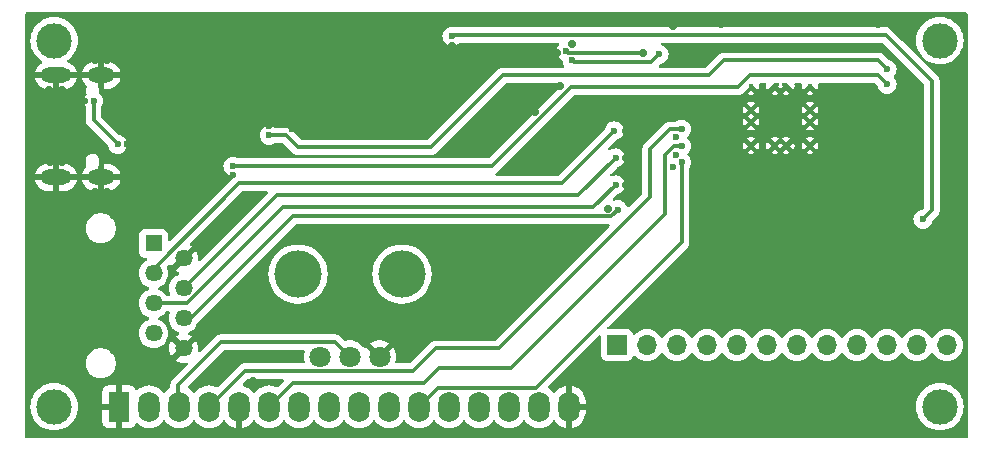
<source format=gbr>
%TF.GenerationSoftware,KiCad,Pcbnew,8.0.4*%
%TF.CreationDate,2024-10-27T11:38:08-06:00*%
%TF.ProjectId,SnakeTank,536e616b-6554-4616-9e6b-2e6b69636164,rev?*%
%TF.SameCoordinates,Original*%
%TF.FileFunction,Copper,L4,Bot*%
%TF.FilePolarity,Positive*%
%FSLAX46Y46*%
G04 Gerber Fmt 4.6, Leading zero omitted, Abs format (unit mm)*
G04 Created by KiCad (PCBNEW 8.0.4) date 2024-10-27 11:38:08*
%MOMM*%
%LPD*%
G01*
G04 APERTURE LIST*
%TA.AperFunction,ComponentPad*%
%ADD10C,0.400000*%
%TD*%
%TA.AperFunction,WasherPad*%
%ADD11C,4.000000*%
%TD*%
%TA.AperFunction,ComponentPad*%
%ADD12C,1.800000*%
%TD*%
%TA.AperFunction,ComponentPad*%
%ADD13R,1.700000X1.700000*%
%TD*%
%TA.AperFunction,ComponentPad*%
%ADD14O,1.700000X1.700000*%
%TD*%
%TA.AperFunction,ComponentPad*%
%ADD15R,1.458000X1.458000*%
%TD*%
%TA.AperFunction,ComponentPad*%
%ADD16C,1.458000*%
%TD*%
%TA.AperFunction,ComponentPad*%
%ADD17O,2.300000X1.300000*%
%TD*%
%TA.AperFunction,ComponentPad*%
%ADD18O,2.600000X1.300000*%
%TD*%
%TA.AperFunction,ComponentPad*%
%ADD19O,1.800000X2.600000*%
%TD*%
%TA.AperFunction,ComponentPad*%
%ADD20R,1.800000X2.600000*%
%TD*%
%TA.AperFunction,ComponentPad*%
%ADD21C,3.000000*%
%TD*%
%TA.AperFunction,ViaPad*%
%ADD22C,0.700000*%
%TD*%
%TA.AperFunction,ViaPad*%
%ADD23C,0.600000*%
%TD*%
%TA.AperFunction,Conductor*%
%ADD24C,0.304800*%
%TD*%
G04 APERTURE END LIST*
D10*
%TO.P,U2,41_21*%
%TO.N,GND*%
X84920000Y-35914000D03*
%TO.P,U2,41_20*%
X79920000Y-35914000D03*
%TO.P,U2,41_19*%
X84920000Y-32914000D03*
%TO.P,U2,41_18*%
X82920000Y-35914000D03*
%TO.P,U2,41_17*%
X82920000Y-30914000D03*
%TO.P,U2,41_16*%
X79920000Y-30914000D03*
%TO.P,U2,41_15*%
X84920000Y-33914000D03*
%TO.P,U2,41_14*%
X81920000Y-35914000D03*
%TO.P,U2,41_13*%
X79920000Y-32914000D03*
%TO.P,U2,41_12*%
X84920000Y-30914000D03*
%TO.P,U2,41_11*%
X79920000Y-33914000D03*
%TO.P,U2,41_10*%
X81920000Y-30914000D03*
%TD*%
D11*
%TO.P,RV1,*%
%TO.N,*%
X41574000Y-46802000D03*
X50374000Y-46802000D03*
D12*
%TO.P,RV1,1,1*%
%TO.N,GND*%
X48474000Y-53802000D03*
%TO.P,RV1,2,2*%
%TO.N,Net-(DS1-VO)*%
X45974000Y-53802000D03*
%TO.P,RV1,3,3*%
%TO.N,+5V*%
X43474000Y-53802000D03*
%TD*%
D13*
%TO.P,J1,1,Pin_1*%
%TO.N,IO3*%
X68580000Y-52807000D03*
D14*
%TO.P,J1,2,Pin_2*%
%TO.N,IO46*%
X71120000Y-52807000D03*
%TO.P,J1,3,Pin_3*%
%TO.N,IO9*%
X73660000Y-52807000D03*
%TO.P,J1,4,Pin_4*%
%TO.N,IO10*%
X76200000Y-52807000D03*
%TO.P,J1,5,Pin_5*%
%TO.N,IO11*%
X78740000Y-52807000D03*
%TO.P,J1,6,Pin_6*%
%TO.N,IO12*%
X81280000Y-52807000D03*
%TO.P,J1,7,Pin_7*%
%TO.N,IO13*%
X83820000Y-52807000D03*
%TO.P,J1,8,Pin_8*%
%TO.N,IO14*%
X86360000Y-52807000D03*
%TO.P,J1,9,Pin_9*%
%TO.N,IO21*%
X88900000Y-52807000D03*
%TO.P,J1,10,Pin_10*%
%TO.N,IO47*%
X91440000Y-52807000D03*
%TO.P,J1,11,Pin_11*%
%TO.N,IO48*%
X93980000Y-52807000D03*
%TO.P,J1,12,Pin_12*%
%TO.N,IO45*%
X96520000Y-52807000D03*
%TD*%
D15*
%TO.P,J3,1*%
%TO.N,+5V*%
X29340000Y-44196000D03*
D16*
%TO.P,J3,2*%
%TO.N,GND*%
X31880000Y-45466000D03*
%TO.P,J3,3*%
%TO.N,DHT11_1_data*%
X29340000Y-46736000D03*
%TO.P,J3,4*%
%TO.N,DHT11_2_data*%
X31880000Y-48006000D03*
%TO.P,J3,5*%
%TO.N,DHT11_3_data*%
X29340000Y-49276000D03*
%TO.P,J3,6*%
%TO.N,DHT11_4_data*%
X31880000Y-50546000D03*
%TO.P,J3,7*%
%TO.N,+5V*%
X29340000Y-51816000D03*
%TO.P,J3,8*%
%TO.N,GND*%
X31880000Y-53086000D03*
%TD*%
D17*
%TO.P,J2,S1,SHIELD*%
%TO.N,GND*%
X24898000Y-29966000D03*
D18*
X21073000Y-29966000D03*
D17*
X24898000Y-38606000D03*
D18*
X21073000Y-38606000D03*
%TD*%
D19*
%TO.P,DS1,16,LED(-)*%
%TO.N,GND*%
X64516000Y-58029500D03*
%TO.P,DS1,15,LED(+)*%
%TO.N,+5V*%
X61976000Y-58029500D03*
%TO.P,DS1,14,D7*%
%TO.N,LCD_D7*%
X59436000Y-58029500D03*
%TO.P,DS1,13,D6*%
%TO.N,LCD_D6*%
X56896000Y-58029500D03*
%TO.P,DS1,12,D5*%
%TO.N,LCD_D5*%
X54356000Y-58029500D03*
%TO.P,DS1,11,D4*%
%TO.N,LCD_D4*%
X51816000Y-58029500D03*
%TO.P,DS1,10,D3*%
%TO.N,unconnected-(DS1-D3-Pad10)*%
X49276000Y-58029500D03*
%TO.P,DS1,9,D2*%
%TO.N,unconnected-(DS1-D2-Pad9)*%
X46736000Y-58029500D03*
%TO.P,DS1,8,D1*%
%TO.N,unconnected-(DS1-D1-Pad8)*%
X44196000Y-58029500D03*
%TO.P,DS1,7,D0*%
%TO.N,unconnected-(DS1-D0-Pad7)*%
X41656000Y-58029500D03*
%TO.P,DS1,6,E*%
%TO.N,LCD_E*%
X39116000Y-58029500D03*
%TO.P,DS1,5,R/W*%
%TO.N,GND*%
X36576000Y-58029500D03*
%TO.P,DS1,4,RS*%
%TO.N,LCD_RS*%
X34036000Y-58029500D03*
%TO.P,DS1,3,VO*%
%TO.N,Net-(DS1-VO)*%
X31496000Y-58029500D03*
%TO.P,DS1,2,VDD*%
%TO.N,+5V*%
X28956000Y-58029500D03*
D20*
%TO.P,DS1,1,VSS*%
%TO.N,GND*%
X26416000Y-58029500D03*
D21*
%TO.P,DS1,*%
%TO.N,*%
X95916000Y-58029500D03*
X95915480Y-27028800D03*
X20916900Y-58029500D03*
X20916900Y-27028800D03*
%TD*%
D22*
%TO.N,GND*%
X70104000Y-58420000D03*
X47498000Y-28702000D03*
X41275000Y-30353000D03*
X54864000Y-43434000D03*
D23*
X27051000Y-35814000D03*
X23495000Y-32131000D03*
%TO.N,Net-(FB1-Pad2)*%
X26289000Y-35814000D03*
X24257083Y-32131832D03*
D22*
%TO.N,GND*%
X61658500Y-33083500D03*
X64770000Y-27305000D03*
X63475180Y-28097364D03*
X27559000Y-36576000D03*
X24384000Y-39878000D03*
X25400000Y-39878000D03*
X24384000Y-28702000D03*
X20447000Y-31242000D03*
X30734000Y-54229000D03*
X30861000Y-46482000D03*
D23*
X39114946Y-34299628D03*
X36068000Y-38407903D03*
D22*
X30351000Y-32254000D03*
X32764000Y-38350000D03*
X25400000Y-28702000D03*
X21590000Y-31242000D03*
X21590000Y-37338000D03*
X20574000Y-37338000D03*
X33147000Y-44323000D03*
X30861000Y-51816000D03*
X66421000Y-58039000D03*
X24130000Y-58039000D03*
X37719000Y-55880000D03*
X54610000Y-27472403D03*
X56007000Y-28829000D03*
X90678000Y-25654000D03*
X77343000Y-25654000D03*
X26148236Y-37345764D03*
X26287000Y-31238000D03*
D23*
X73533000Y-35179000D03*
X73533000Y-36703000D03*
X73279000Y-37719000D03*
%TO.N,LCD_D4*%
X74041000Y-37338000D03*
%TO.N,LCD_E*%
X74041000Y-35941000D03*
%TO.N,LCD_RS*%
X74041000Y-34544000D03*
D22*
%TO.N,GND*%
X73279000Y-25781000D03*
D23*
X41026531Y-34480500D03*
X36576000Y-36449000D03*
D22*
X35179000Y-54229000D03*
X67809386Y-41246586D03*
X69323486Y-39224486D03*
X69342000Y-36957000D03*
X69342000Y-34671000D03*
X41656000Y-43434000D03*
X50292000Y-43434000D03*
D23*
%TO.N,/CHIP_PU*%
X72136000Y-28194000D03*
X64770000Y-28702000D03*
D22*
%TO.N,ESP_3V3*%
X70739000Y-28067000D03*
D23*
X64262000Y-27940000D03*
D22*
%TO.N,GND*%
X24763000Y-26412000D03*
X25779000Y-26412000D03*
D23*
%TO.N,/GPIO_0*%
X94488000Y-42164000D03*
X54610000Y-26670000D03*
%TO.N,/FTDI_UART_RX*%
X91440000Y-29464000D03*
X39121698Y-35052000D03*
%TO.N,DHT11_3_data*%
X68453000Y-39243000D03*
%TO.N,DHT11_2_data*%
X68453000Y-36957000D03*
%TO.N,DHT11_1_data*%
X68344880Y-34671000D03*
%TO.N,DHT11_4_data*%
X68643000Y-41339000D03*
%TO.N,/FDTI_UART_TX*%
X91440000Y-30734000D03*
X36068000Y-37655500D03*
D22*
%TO.N,GND*%
X63754000Y-30861000D03*
%TD*%
D24*
%TO.N,Net-(FB1-Pad2)*%
X24257083Y-32131832D02*
X24257083Y-33782083D01*
X24257083Y-33782083D02*
X26289000Y-35814000D01*
%TO.N,/FDTI_UART_TX*%
X79865772Y-29952200D02*
X90658200Y-29952200D01*
X78829972Y-30988000D02*
X79865772Y-29952200D01*
X90658200Y-29952200D02*
X91440000Y-30734000D01*
X64680028Y-30988000D02*
X78829972Y-30988000D01*
X36068000Y-37655500D02*
X58012528Y-37655500D01*
X58012528Y-37655500D02*
X64680028Y-30988000D01*
%TO.N,/FTDI_UART_RX*%
X58928000Y-29972000D02*
X76327000Y-29972000D01*
X52832000Y-36068000D02*
X58928000Y-29972000D01*
X41550800Y-36068000D02*
X52832000Y-36068000D01*
X76327000Y-29972000D02*
X77597000Y-28702000D01*
X40534800Y-35052000D02*
X41550800Y-36068000D01*
X77597000Y-28702000D02*
X90678000Y-28702000D01*
X90678000Y-28702000D02*
X91440000Y-29464000D01*
X39121698Y-35052000D02*
X40534800Y-35052000D01*
%TO.N,/GPIO_0*%
X95250000Y-30480000D02*
X91313000Y-26543000D01*
X54737000Y-26543000D02*
X54610000Y-26670000D01*
X95250000Y-41402000D02*
X95250000Y-30480000D01*
X94488000Y-42164000D02*
X95250000Y-41402000D01*
X91313000Y-26543000D02*
X54737000Y-26543000D01*
%TO.N,LCD_RS*%
X51292200Y-55006800D02*
X37058700Y-55006800D01*
X58547000Y-53086000D02*
X53213000Y-53086000D01*
X71374000Y-40259000D02*
X58547000Y-53086000D01*
X37058700Y-55006800D02*
X34036000Y-58029500D01*
X71374000Y-36195000D02*
X71374000Y-40259000D01*
X53213000Y-53086000D02*
X51292200Y-55006800D01*
X73025000Y-34544000D02*
X71374000Y-36195000D01*
X74041000Y-34544000D02*
X73025000Y-34544000D01*
%TO.N,LCD_E*%
X52197000Y-56007000D02*
X41138500Y-56007000D01*
X59626500Y-54737000D02*
X53467000Y-54737000D01*
X72644000Y-41719500D02*
X59626500Y-54737000D01*
X72644000Y-36703000D02*
X72644000Y-41719500D01*
X53467000Y-54737000D02*
X52197000Y-56007000D01*
X73406000Y-35941000D02*
X72644000Y-36703000D01*
X74041000Y-35941000D02*
X73406000Y-35941000D01*
X41138500Y-56007000D02*
X39116000Y-58029500D01*
%TO.N,LCD_D4*%
X61685300Y-56424700D02*
X53420800Y-56424700D01*
X74041000Y-44069000D02*
X61685300Y-56424700D01*
X53420800Y-56424700D02*
X51816000Y-58029500D01*
X74041000Y-37338000D02*
X74041000Y-44069000D01*
%TO.N,DHT11_4_data*%
X32512000Y-50546000D02*
X31880000Y-50546000D01*
X41148000Y-41910000D02*
X32512000Y-50546000D01*
X68643000Y-41339000D02*
X68072000Y-41910000D01*
X68072000Y-41910000D02*
X41148000Y-41910000D01*
%TO.N,ESP_3V3*%
X64389000Y-28067000D02*
X70739000Y-28067000D01*
X64262000Y-27940000D02*
X64389000Y-28067000D01*
%TO.N,/CHIP_PU*%
X71483600Y-28846400D02*
X72136000Y-28194000D01*
X64770000Y-28702000D02*
X64914400Y-28846400D01*
X64914400Y-28846400D02*
X71483600Y-28846400D01*
%TO.N,Net-(DS1-VO)*%
X44721600Y-52549600D02*
X45974000Y-53802000D01*
X35080400Y-52549600D02*
X44721600Y-52549600D01*
X31407100Y-56222900D02*
X35080400Y-52549600D01*
X31407100Y-57924700D02*
X31407100Y-56222900D01*
%TO.N,DHT11_3_data*%
X40267331Y-41148000D02*
X32139331Y-49276000D01*
X68453000Y-39243000D02*
X66548000Y-41148000D01*
X32139331Y-49276000D02*
X29340000Y-49276000D01*
X66548000Y-41148000D02*
X40267331Y-41148000D01*
%TO.N,DHT11_2_data*%
X65278000Y-40132000D02*
X39754000Y-40132000D01*
X39754000Y-40132000D02*
X31880000Y-48006000D01*
X68453000Y-36957000D02*
X65278000Y-40132000D01*
%TO.N,DHT11_1_data*%
X29340000Y-46352000D02*
X29340000Y-46736000D01*
X36576000Y-39116000D02*
X29340000Y-46352000D01*
X63899880Y-39116000D02*
X36576000Y-39116000D01*
X68344880Y-34671000D02*
X63899880Y-39116000D01*
%TD*%
%TA.AperFunction,Conductor*%
%TO.N,GND*%
G36*
X40330137Y-55679385D02*
G01*
X40375892Y-55732189D01*
X40385836Y-55801347D01*
X40356811Y-55864903D01*
X40350779Y-55871381D01*
X39874278Y-56347880D01*
X39812955Y-56381365D01*
X39743263Y-56376381D01*
X39730302Y-56370683D01*
X39653616Y-56331609D01*
X39653603Y-56331603D01*
X39443952Y-56263485D01*
X39315719Y-56243175D01*
X39226222Y-56229000D01*
X39005778Y-56229000D01*
X38933201Y-56240495D01*
X38788047Y-56263485D01*
X38578396Y-56331603D01*
X38578393Y-56331604D01*
X38381974Y-56431687D01*
X38203641Y-56561252D01*
X38203636Y-56561256D01*
X38047756Y-56717136D01*
X37946008Y-56857181D01*
X37890678Y-56899846D01*
X37821065Y-56905825D01*
X37759270Y-56873219D01*
X37745372Y-56857180D01*
X37643862Y-56717464D01*
X37643857Y-56717458D01*
X37488041Y-56561642D01*
X37309760Y-56432113D01*
X37113410Y-56332067D01*
X36961202Y-56282612D01*
X36903526Y-56243175D01*
X36876328Y-56178816D01*
X36888243Y-56109970D01*
X36911836Y-56077003D01*
X37292821Y-55696019D01*
X37354144Y-55662534D01*
X37380502Y-55659700D01*
X40263098Y-55659700D01*
X40330137Y-55679385D01*
G37*
%TD.AperFunction*%
%TA.AperFunction,Conductor*%
G36*
X42088830Y-53222185D02*
G01*
X42134585Y-53274989D01*
X42144529Y-53344147D01*
X42141996Y-53356941D01*
X42087868Y-53570682D01*
X42087864Y-53570702D01*
X42068700Y-53801993D01*
X42068700Y-53802006D01*
X42087864Y-54033297D01*
X42087866Y-54033308D01*
X42129942Y-54199460D01*
X42127317Y-54269280D01*
X42087361Y-54326598D01*
X42022759Y-54353214D01*
X42009736Y-54353900D01*
X36994393Y-54353900D01*
X36868261Y-54378989D01*
X36868255Y-54378991D01*
X36749437Y-54428207D01*
X36642497Y-54499661D01*
X34794278Y-56347880D01*
X34732955Y-56381365D01*
X34663263Y-56376381D01*
X34650302Y-56370683D01*
X34573616Y-56331609D01*
X34573603Y-56331603D01*
X34363952Y-56263485D01*
X34235719Y-56243175D01*
X34146222Y-56229000D01*
X33925778Y-56229000D01*
X33853201Y-56240495D01*
X33708047Y-56263485D01*
X33498396Y-56331603D01*
X33498393Y-56331604D01*
X33301974Y-56431687D01*
X33123641Y-56561252D01*
X33123636Y-56561256D01*
X32967756Y-56717136D01*
X32967752Y-56717141D01*
X32866318Y-56856754D01*
X32810988Y-56899420D01*
X32741375Y-56905399D01*
X32679580Y-56872793D01*
X32665682Y-56856754D01*
X32564247Y-56717141D01*
X32564243Y-56717136D01*
X32408363Y-56561256D01*
X32408358Y-56561252D01*
X32284714Y-56471420D01*
X32242048Y-56416091D01*
X32236069Y-56346477D01*
X32268674Y-56284682D01*
X32269844Y-56283495D01*
X35314521Y-53238819D01*
X35375844Y-53205334D01*
X35402202Y-53202500D01*
X42021791Y-53202500D01*
X42088830Y-53222185D01*
G37*
%TD.AperFunction*%
%TA.AperFunction,Conductor*%
G36*
X67914435Y-42582585D02*
G01*
X67960190Y-42635389D01*
X67970134Y-42704547D01*
X67941109Y-42768103D01*
X67935077Y-42774581D01*
X58312878Y-52396781D01*
X58251555Y-52430266D01*
X58225197Y-52433100D01*
X53148693Y-52433100D01*
X53022561Y-52458189D01*
X53022555Y-52458191D01*
X52903737Y-52507407D01*
X52796797Y-52578861D01*
X52796796Y-52578862D01*
X51058078Y-54317581D01*
X50996755Y-54351066D01*
X50970397Y-54353900D01*
X49937747Y-54353900D01*
X49870708Y-54334215D01*
X49824953Y-54281411D01*
X49815009Y-54212253D01*
X49817541Y-54199460D01*
X49859638Y-54033218D01*
X49878798Y-53802005D01*
X49878798Y-53801994D01*
X49859638Y-53570781D01*
X49802682Y-53345864D01*
X49709484Y-53133393D01*
X49625186Y-53004365D01*
X48956962Y-53672589D01*
X48939925Y-53609007D01*
X48874099Y-53494993D01*
X48781007Y-53401901D01*
X48666993Y-53336075D01*
X48603409Y-53319037D01*
X49272797Y-52649647D01*
X49272797Y-52649645D01*
X49242360Y-52625955D01*
X49242354Y-52625951D01*
X49038302Y-52515523D01*
X49038293Y-52515520D01*
X48818860Y-52440188D01*
X48590007Y-52402000D01*
X48357993Y-52402000D01*
X48129139Y-52440188D01*
X47909706Y-52515520D01*
X47909697Y-52515523D01*
X47705650Y-52625949D01*
X47675200Y-52649647D01*
X48344591Y-53319037D01*
X48281007Y-53336075D01*
X48166993Y-53401901D01*
X48073901Y-53494993D01*
X48008075Y-53609007D01*
X47991037Y-53672591D01*
X47322811Y-53004365D01*
X47318029Y-53004861D01*
X47274959Y-53041618D01*
X47205728Y-53051041D01*
X47142392Y-53021538D01*
X47120489Y-52996260D01*
X47082983Y-52938852D01*
X47082980Y-52938849D01*
X47082979Y-52938847D01*
X46925784Y-52768087D01*
X46925779Y-52768083D01*
X46925777Y-52768081D01*
X46742634Y-52625535D01*
X46742628Y-52625531D01*
X46538504Y-52515064D01*
X46538495Y-52515061D01*
X46318984Y-52439702D01*
X46134904Y-52408985D01*
X46090049Y-52401500D01*
X45857951Y-52401500D01*
X45825246Y-52406957D01*
X45629013Y-52439702D01*
X45624045Y-52440961D01*
X45623545Y-52438987D01*
X45562428Y-52441725D01*
X45504325Y-52408985D01*
X45137805Y-52042463D01*
X45137804Y-52042462D01*
X45137800Y-52042459D01*
X45030864Y-51971008D01*
X45030859Y-51971006D01*
X44912044Y-51921791D01*
X44912040Y-51921790D01*
X44908467Y-51921079D01*
X44904893Y-51920368D01*
X44904890Y-51920367D01*
X44904890Y-51920368D01*
X44785907Y-51896700D01*
X44785905Y-51896700D01*
X35016095Y-51896700D01*
X35016093Y-51896700D01*
X34889961Y-51921789D01*
X34889955Y-51921791D01*
X34856621Y-51935599D01*
X34856620Y-51935599D01*
X34771138Y-51971006D01*
X34664198Y-52042460D01*
X33305990Y-53400668D01*
X33244667Y-53434153D01*
X33174975Y-53429169D01*
X33119042Y-53387297D01*
X33094625Y-53321833D01*
X33094781Y-53302179D01*
X33113695Y-53086000D01*
X33113695Y-53085999D01*
X33094952Y-52871775D01*
X33094950Y-52871765D01*
X33039296Y-52664058D01*
X33039292Y-52664049D01*
X32948412Y-52469155D01*
X32908045Y-52411505D01*
X32342550Y-52977001D01*
X32322630Y-52902657D01*
X32260095Y-52794343D01*
X32171657Y-52705905D01*
X32063343Y-52643370D01*
X31988997Y-52623449D01*
X32554493Y-52057953D01*
X32554492Y-52057952D01*
X32496848Y-52017589D01*
X32496846Y-52017588D01*
X32306133Y-51928657D01*
X32253694Y-51882485D01*
X32234542Y-51815291D01*
X32254758Y-51748410D01*
X32306131Y-51703894D01*
X32497098Y-51614845D01*
X32673326Y-51491449D01*
X32825449Y-51339326D01*
X32948845Y-51163098D01*
X33039765Y-50968120D01*
X33040880Y-50963956D01*
X33072973Y-50908366D01*
X37179345Y-46801994D01*
X39068556Y-46801994D01*
X39068556Y-46802005D01*
X39088310Y-47116004D01*
X39088311Y-47116011D01*
X39147270Y-47425083D01*
X39244497Y-47724316D01*
X39244499Y-47724321D01*
X39378461Y-48009003D01*
X39378464Y-48009009D01*
X39547051Y-48274661D01*
X39547054Y-48274665D01*
X39747606Y-48517090D01*
X39747608Y-48517092D01*
X39747610Y-48517094D01*
X39898615Y-48658897D01*
X39976968Y-48732476D01*
X39976978Y-48732484D01*
X40231504Y-48917408D01*
X40231509Y-48917410D01*
X40231516Y-48917416D01*
X40507234Y-49068994D01*
X40507239Y-49068996D01*
X40507241Y-49068997D01*
X40507242Y-49068998D01*
X40799771Y-49184818D01*
X40799774Y-49184819D01*
X41104523Y-49263065D01*
X41104527Y-49263066D01*
X41170010Y-49271338D01*
X41416670Y-49302499D01*
X41416679Y-49302499D01*
X41416682Y-49302500D01*
X41416684Y-49302500D01*
X41731316Y-49302500D01*
X41731318Y-49302500D01*
X41731321Y-49302499D01*
X41731329Y-49302499D01*
X41941089Y-49276000D01*
X42043473Y-49263066D01*
X42348225Y-49184819D01*
X42348228Y-49184818D01*
X42640757Y-49068998D01*
X42640758Y-49068997D01*
X42640756Y-49068997D01*
X42640766Y-49068994D01*
X42916484Y-48917416D01*
X43171030Y-48732478D01*
X43400390Y-48517094D01*
X43600947Y-48274663D01*
X43769537Y-48009007D01*
X43903503Y-47724315D01*
X44000731Y-47425079D01*
X44059688Y-47116015D01*
X44059689Y-47116004D01*
X44079444Y-46802005D01*
X44079444Y-46801994D01*
X47868556Y-46801994D01*
X47868556Y-46802005D01*
X47888310Y-47116004D01*
X47888311Y-47116011D01*
X47947270Y-47425083D01*
X48044497Y-47724316D01*
X48044499Y-47724321D01*
X48178461Y-48009003D01*
X48178464Y-48009009D01*
X48347051Y-48274661D01*
X48347054Y-48274665D01*
X48547606Y-48517090D01*
X48547608Y-48517092D01*
X48547610Y-48517094D01*
X48698615Y-48658897D01*
X48776968Y-48732476D01*
X48776978Y-48732484D01*
X49031504Y-48917408D01*
X49031509Y-48917410D01*
X49031516Y-48917416D01*
X49307234Y-49068994D01*
X49307239Y-49068996D01*
X49307241Y-49068997D01*
X49307242Y-49068998D01*
X49599771Y-49184818D01*
X49599774Y-49184819D01*
X49904523Y-49263065D01*
X49904527Y-49263066D01*
X49970010Y-49271338D01*
X50216670Y-49302499D01*
X50216679Y-49302499D01*
X50216682Y-49302500D01*
X50216684Y-49302500D01*
X50531316Y-49302500D01*
X50531318Y-49302500D01*
X50531321Y-49302499D01*
X50531329Y-49302499D01*
X50741089Y-49276000D01*
X50843473Y-49263066D01*
X51148225Y-49184819D01*
X51148228Y-49184818D01*
X51440757Y-49068998D01*
X51440758Y-49068997D01*
X51440756Y-49068997D01*
X51440766Y-49068994D01*
X51716484Y-48917416D01*
X51971030Y-48732478D01*
X52200390Y-48517094D01*
X52400947Y-48274663D01*
X52569537Y-48009007D01*
X52703503Y-47724315D01*
X52800731Y-47425079D01*
X52859688Y-47116015D01*
X52859689Y-47116004D01*
X52879444Y-46802005D01*
X52879444Y-46801994D01*
X52859689Y-46487995D01*
X52859688Y-46487988D01*
X52859688Y-46487985D01*
X52800731Y-46178921D01*
X52703503Y-45879685D01*
X52569537Y-45594993D01*
X52461973Y-45425499D01*
X52400948Y-45329338D01*
X52400945Y-45329334D01*
X52200393Y-45086909D01*
X52200391Y-45086907D01*
X52142436Y-45032483D01*
X51971030Y-44871522D01*
X51971027Y-44871520D01*
X51971021Y-44871515D01*
X51716495Y-44686591D01*
X51716488Y-44686586D01*
X51716484Y-44686584D01*
X51440766Y-44535006D01*
X51440763Y-44535004D01*
X51440758Y-44535002D01*
X51440757Y-44535001D01*
X51148228Y-44419181D01*
X51148225Y-44419180D01*
X50843476Y-44340934D01*
X50843463Y-44340932D01*
X50531329Y-44301500D01*
X50531318Y-44301500D01*
X50216682Y-44301500D01*
X50216670Y-44301500D01*
X49904536Y-44340932D01*
X49904523Y-44340934D01*
X49599774Y-44419180D01*
X49599771Y-44419181D01*
X49307242Y-44535001D01*
X49307241Y-44535002D01*
X49031516Y-44686584D01*
X49031504Y-44686591D01*
X48776978Y-44871515D01*
X48776968Y-44871523D01*
X48547608Y-45086907D01*
X48547606Y-45086909D01*
X48347054Y-45329334D01*
X48347051Y-45329338D01*
X48178464Y-45594990D01*
X48178461Y-45594996D01*
X48044499Y-45879678D01*
X48044497Y-45879683D01*
X47947270Y-46178916D01*
X47888311Y-46487988D01*
X47888310Y-46487995D01*
X47868556Y-46801994D01*
X44079444Y-46801994D01*
X44059689Y-46487995D01*
X44059688Y-46487988D01*
X44059688Y-46487985D01*
X44000731Y-46178921D01*
X43903503Y-45879685D01*
X43769537Y-45594993D01*
X43661973Y-45425499D01*
X43600948Y-45329338D01*
X43600945Y-45329334D01*
X43400393Y-45086909D01*
X43400391Y-45086907D01*
X43342436Y-45032483D01*
X43171030Y-44871522D01*
X43171027Y-44871520D01*
X43171021Y-44871515D01*
X42916495Y-44686591D01*
X42916488Y-44686586D01*
X42916484Y-44686584D01*
X42640766Y-44535006D01*
X42640763Y-44535004D01*
X42640758Y-44535002D01*
X42640757Y-44535001D01*
X42348228Y-44419181D01*
X42348225Y-44419180D01*
X42043476Y-44340934D01*
X42043463Y-44340932D01*
X41731329Y-44301500D01*
X41731318Y-44301500D01*
X41416682Y-44301500D01*
X41416670Y-44301500D01*
X41104536Y-44340932D01*
X41104523Y-44340934D01*
X40799774Y-44419180D01*
X40799771Y-44419181D01*
X40507242Y-44535001D01*
X40507241Y-44535002D01*
X40231516Y-44686584D01*
X40231504Y-44686591D01*
X39976978Y-44871515D01*
X39976968Y-44871523D01*
X39747608Y-45086907D01*
X39747606Y-45086909D01*
X39547054Y-45329334D01*
X39547051Y-45329338D01*
X39378464Y-45594990D01*
X39378461Y-45594996D01*
X39244499Y-45879678D01*
X39244497Y-45879683D01*
X39147270Y-46178916D01*
X39088311Y-46487988D01*
X39088310Y-46487995D01*
X39068556Y-46801994D01*
X37179345Y-46801994D01*
X41382121Y-42599219D01*
X41443444Y-42565734D01*
X41469802Y-42562900D01*
X67847396Y-42562900D01*
X67914435Y-42582585D01*
G37*
%TD.AperFunction*%
%TA.AperFunction,Conductor*%
G36*
X31437370Y-45649343D02*
G01*
X31499905Y-45757657D01*
X31588343Y-45846095D01*
X31696657Y-45908630D01*
X31771002Y-45928550D01*
X31205505Y-46494046D01*
X31263153Y-46534411D01*
X31453866Y-46623342D01*
X31506305Y-46669514D01*
X31525457Y-46736708D01*
X31505241Y-46803589D01*
X31453866Y-46848106D01*
X31262902Y-46937155D01*
X31262897Y-46937157D01*
X31086672Y-47060551D01*
X30934551Y-47212672D01*
X30811157Y-47388897D01*
X30811155Y-47388901D01*
X30720236Y-47583878D01*
X30720232Y-47583887D01*
X30664555Y-47791678D01*
X30664553Y-47791689D01*
X30645804Y-48005998D01*
X30645804Y-48006001D01*
X30664553Y-48220310D01*
X30664555Y-48220321D01*
X30720232Y-48428112D01*
X30720235Y-48428121D01*
X30728897Y-48446695D01*
X30739389Y-48515772D01*
X30710870Y-48579556D01*
X30652393Y-48617796D01*
X30616515Y-48623100D01*
X30448326Y-48623100D01*
X30381287Y-48603415D01*
X30346751Y-48570223D01*
X30285447Y-48482671D01*
X30133327Y-48330551D01*
X29957102Y-48207157D01*
X29957098Y-48207155D01*
X29766721Y-48118380D01*
X29714284Y-48072210D01*
X29695132Y-48005016D01*
X29715348Y-47938135D01*
X29766721Y-47893619D01*
X29957098Y-47804845D01*
X30133326Y-47681449D01*
X30285449Y-47529326D01*
X30408845Y-47353098D01*
X30499765Y-47158120D01*
X30555446Y-46950316D01*
X30574196Y-46736000D01*
X30555446Y-46521684D01*
X30499765Y-46313880D01*
X30499762Y-46313873D01*
X30473395Y-46257328D01*
X30462903Y-46188251D01*
X30491423Y-46124467D01*
X30498070Y-46117269D01*
X30597614Y-46017725D01*
X30658931Y-45984244D01*
X30728623Y-45989228D01*
X30784557Y-46031099D01*
X30797671Y-46053003D01*
X30811586Y-46082844D01*
X30811587Y-46082845D01*
X30851952Y-46140492D01*
X30851952Y-46140493D01*
X31417449Y-45574996D01*
X31437370Y-45649343D01*
G37*
%TD.AperFunction*%
%TA.AperFunction,Conductor*%
G36*
X38961437Y-39788585D02*
G01*
X39007192Y-39841389D01*
X39017136Y-39910547D01*
X38988111Y-39974103D01*
X38982079Y-39980581D01*
X33317879Y-45644777D01*
X33256556Y-45678262D01*
X33186864Y-45673278D01*
X33130931Y-45631406D01*
X33106514Y-45565942D01*
X33106670Y-45546288D01*
X33113695Y-45466000D01*
X33113695Y-45465999D01*
X33094952Y-45251775D01*
X33094950Y-45251765D01*
X33039296Y-45044058D01*
X33039292Y-45044049D01*
X32948412Y-44849155D01*
X32908045Y-44791505D01*
X32342550Y-45357001D01*
X32322630Y-45282657D01*
X32260095Y-45174343D01*
X32171657Y-45085905D01*
X32063343Y-45023370D01*
X31988997Y-45003449D01*
X32554493Y-44437953D01*
X32554492Y-44437952D01*
X32496845Y-44397587D01*
X32496844Y-44397586D01*
X32467003Y-44383671D01*
X32414565Y-44337498D01*
X32395414Y-44270304D01*
X32415631Y-44203423D01*
X32431720Y-44183619D01*
X36810121Y-39805219D01*
X36871444Y-39771734D01*
X36897802Y-39768900D01*
X38894398Y-39768900D01*
X38961437Y-39788585D01*
G37*
%TD.AperFunction*%
%TA.AperFunction,Conductor*%
G36*
X98208539Y-24650185D02*
G01*
X98254294Y-24702989D01*
X98265500Y-24754500D01*
X98265500Y-60589500D01*
X98245815Y-60656539D01*
X98193011Y-60702294D01*
X98141500Y-60713500D01*
X18618500Y-60713500D01*
X18551461Y-60693815D01*
X18505706Y-60641011D01*
X18494500Y-60589500D01*
X18494500Y-58029498D01*
X18911290Y-58029498D01*
X18911290Y-58029501D01*
X18931704Y-58314933D01*
X18992528Y-58594537D01*
X18992530Y-58594543D01*
X18992531Y-58594546D01*
X19053292Y-58757451D01*
X19092535Y-58862666D01*
X19229670Y-59113809D01*
X19229675Y-59113817D01*
X19401154Y-59342887D01*
X19401170Y-59342905D01*
X19603494Y-59545229D01*
X19603512Y-59545245D01*
X19832582Y-59716724D01*
X19832590Y-59716729D01*
X20083733Y-59853864D01*
X20083732Y-59853864D01*
X20083736Y-59853865D01*
X20083739Y-59853867D01*
X20351854Y-59953869D01*
X20351860Y-59953870D01*
X20351862Y-59953871D01*
X20631466Y-60014695D01*
X20631468Y-60014695D01*
X20631472Y-60014696D01*
X20885120Y-60032837D01*
X20916899Y-60035110D01*
X20916900Y-60035110D01*
X20916901Y-60035110D01*
X20945495Y-60033064D01*
X21202328Y-60014696D01*
X21481946Y-59953869D01*
X21750061Y-59853867D01*
X22001215Y-59716726D01*
X22230295Y-59545239D01*
X22432639Y-59342895D01*
X22604126Y-59113815D01*
X22741267Y-58862661D01*
X22841269Y-58594546D01*
X22902096Y-58314928D01*
X22922510Y-58029500D01*
X22902096Y-57744072D01*
X22860387Y-57552340D01*
X22841271Y-57464462D01*
X22841270Y-57464460D01*
X22841269Y-57464454D01*
X22741267Y-57196339D01*
X22684235Y-57091894D01*
X22604129Y-56945190D01*
X22604124Y-56945182D01*
X22432645Y-56716112D01*
X22432629Y-56716094D01*
X22398190Y-56681655D01*
X25016000Y-56681655D01*
X25016000Y-57779500D01*
X25867518Y-57779500D01*
X25856889Y-57797909D01*
X25816000Y-57950509D01*
X25816000Y-58108491D01*
X25856889Y-58261091D01*
X25867518Y-58279500D01*
X25016000Y-58279500D01*
X25016000Y-59377344D01*
X25022401Y-59436872D01*
X25022403Y-59436879D01*
X25072645Y-59571586D01*
X25072649Y-59571593D01*
X25158809Y-59686687D01*
X25158812Y-59686690D01*
X25273906Y-59772850D01*
X25273913Y-59772854D01*
X25408620Y-59823096D01*
X25408627Y-59823098D01*
X25468155Y-59829499D01*
X25468172Y-59829500D01*
X26166000Y-59829500D01*
X26166000Y-58577982D01*
X26184409Y-58588611D01*
X26337009Y-58629500D01*
X26494991Y-58629500D01*
X26647591Y-58588611D01*
X26666000Y-58577982D01*
X26666000Y-59829500D01*
X27363828Y-59829500D01*
X27363844Y-59829499D01*
X27423372Y-59823098D01*
X27423379Y-59823096D01*
X27558086Y-59772854D01*
X27558093Y-59772850D01*
X27673187Y-59686690D01*
X27673190Y-59686687D01*
X27759350Y-59571593D01*
X27759354Y-59571586D01*
X27789213Y-59491531D01*
X27831084Y-59435597D01*
X27896548Y-59411180D01*
X27964821Y-59426031D01*
X27993076Y-59447183D01*
X28043636Y-59497743D01*
X28043641Y-59497747D01*
X28199192Y-59610760D01*
X28221978Y-59627315D01*
X28338501Y-59686687D01*
X28418393Y-59727395D01*
X28418396Y-59727396D01*
X28523221Y-59761455D01*
X28628049Y-59795515D01*
X28845778Y-59830000D01*
X28845779Y-59830000D01*
X29066221Y-59830000D01*
X29066222Y-59830000D01*
X29283951Y-59795515D01*
X29493606Y-59727395D01*
X29690022Y-59627315D01*
X29868365Y-59497742D01*
X30024242Y-59341865D01*
X30034804Y-59327326D01*
X30125682Y-59202245D01*
X30181011Y-59159579D01*
X30250625Y-59153600D01*
X30312420Y-59186205D01*
X30326318Y-59202245D01*
X30427752Y-59341858D01*
X30427756Y-59341863D01*
X30583636Y-59497743D01*
X30583641Y-59497747D01*
X30739192Y-59610760D01*
X30761978Y-59627315D01*
X30878501Y-59686687D01*
X30958393Y-59727395D01*
X30958396Y-59727396D01*
X31063221Y-59761455D01*
X31168049Y-59795515D01*
X31385778Y-59830000D01*
X31385779Y-59830000D01*
X31606221Y-59830000D01*
X31606222Y-59830000D01*
X31823951Y-59795515D01*
X32033606Y-59727395D01*
X32230022Y-59627315D01*
X32408365Y-59497742D01*
X32564242Y-59341865D01*
X32574804Y-59327326D01*
X32665682Y-59202245D01*
X32721011Y-59159579D01*
X32790625Y-59153600D01*
X32852420Y-59186205D01*
X32866318Y-59202245D01*
X32967752Y-59341858D01*
X32967756Y-59341863D01*
X33123636Y-59497743D01*
X33123641Y-59497747D01*
X33279192Y-59610760D01*
X33301978Y-59627315D01*
X33418501Y-59686687D01*
X33498393Y-59727395D01*
X33498396Y-59727396D01*
X33603221Y-59761455D01*
X33708049Y-59795515D01*
X33925778Y-59830000D01*
X33925779Y-59830000D01*
X34146221Y-59830000D01*
X34146222Y-59830000D01*
X34363951Y-59795515D01*
X34573606Y-59727395D01*
X34770022Y-59627315D01*
X34948365Y-59497742D01*
X35104242Y-59341865D01*
X35205991Y-59201817D01*
X35261320Y-59159153D01*
X35330933Y-59153174D01*
X35392729Y-59185779D01*
X35406627Y-59201818D01*
X35508142Y-59341541D01*
X35663958Y-59497357D01*
X35842239Y-59626886D01*
X36038589Y-59726932D01*
X36248163Y-59795026D01*
X36325999Y-59807354D01*
X36326000Y-59807354D01*
X36326000Y-58577982D01*
X36344409Y-58588611D01*
X36497009Y-58629500D01*
X36654991Y-58629500D01*
X36807591Y-58588611D01*
X36826000Y-58577982D01*
X36826000Y-59807354D01*
X36903834Y-59795026D01*
X36903837Y-59795026D01*
X37113410Y-59726932D01*
X37309760Y-59626886D01*
X37488041Y-59497357D01*
X37643857Y-59341541D01*
X37643862Y-59341535D01*
X37745372Y-59201819D01*
X37800702Y-59159153D01*
X37870315Y-59153174D01*
X37932110Y-59185779D01*
X37946008Y-59201819D01*
X38047752Y-59341858D01*
X38047756Y-59341863D01*
X38203636Y-59497743D01*
X38203641Y-59497747D01*
X38359192Y-59610760D01*
X38381978Y-59627315D01*
X38498501Y-59686687D01*
X38578393Y-59727395D01*
X38578396Y-59727396D01*
X38683221Y-59761455D01*
X38788049Y-59795515D01*
X39005778Y-59830000D01*
X39005779Y-59830000D01*
X39226221Y-59830000D01*
X39226222Y-59830000D01*
X39443951Y-59795515D01*
X39653606Y-59727395D01*
X39850022Y-59627315D01*
X40028365Y-59497742D01*
X40184242Y-59341865D01*
X40194804Y-59327326D01*
X40285682Y-59202245D01*
X40341011Y-59159579D01*
X40410625Y-59153600D01*
X40472420Y-59186205D01*
X40486318Y-59202245D01*
X40587752Y-59341858D01*
X40587756Y-59341863D01*
X40743636Y-59497743D01*
X40743641Y-59497747D01*
X40899192Y-59610760D01*
X40921978Y-59627315D01*
X41038501Y-59686687D01*
X41118393Y-59727395D01*
X41118396Y-59727396D01*
X41223221Y-59761455D01*
X41328049Y-59795515D01*
X41545778Y-59830000D01*
X41545779Y-59830000D01*
X41766221Y-59830000D01*
X41766222Y-59830000D01*
X41983951Y-59795515D01*
X42193606Y-59727395D01*
X42390022Y-59627315D01*
X42568365Y-59497742D01*
X42724242Y-59341865D01*
X42734804Y-59327326D01*
X42825682Y-59202245D01*
X42881011Y-59159579D01*
X42950625Y-59153600D01*
X43012420Y-59186205D01*
X43026318Y-59202245D01*
X43127752Y-59341858D01*
X43127756Y-59341863D01*
X43283636Y-59497743D01*
X43283641Y-59497747D01*
X43439192Y-59610760D01*
X43461978Y-59627315D01*
X43578501Y-59686687D01*
X43658393Y-59727395D01*
X43658396Y-59727396D01*
X43763221Y-59761455D01*
X43868049Y-59795515D01*
X44085778Y-59830000D01*
X44085779Y-59830000D01*
X44306221Y-59830000D01*
X44306222Y-59830000D01*
X44523951Y-59795515D01*
X44733606Y-59727395D01*
X44930022Y-59627315D01*
X45108365Y-59497742D01*
X45264242Y-59341865D01*
X45274804Y-59327326D01*
X45365682Y-59202245D01*
X45421011Y-59159579D01*
X45490625Y-59153600D01*
X45552420Y-59186205D01*
X45566318Y-59202245D01*
X45667752Y-59341858D01*
X45667756Y-59341863D01*
X45823636Y-59497743D01*
X45823641Y-59497747D01*
X45979192Y-59610760D01*
X46001978Y-59627315D01*
X46118501Y-59686687D01*
X46198393Y-59727395D01*
X46198396Y-59727396D01*
X46303221Y-59761455D01*
X46408049Y-59795515D01*
X46625778Y-59830000D01*
X46625779Y-59830000D01*
X46846221Y-59830000D01*
X46846222Y-59830000D01*
X47063951Y-59795515D01*
X47273606Y-59727395D01*
X47470022Y-59627315D01*
X47648365Y-59497742D01*
X47804242Y-59341865D01*
X47814804Y-59327326D01*
X47905682Y-59202245D01*
X47961011Y-59159579D01*
X48030625Y-59153600D01*
X48092420Y-59186205D01*
X48106318Y-59202245D01*
X48207752Y-59341858D01*
X48207756Y-59341863D01*
X48363636Y-59497743D01*
X48363641Y-59497747D01*
X48519192Y-59610760D01*
X48541978Y-59627315D01*
X48658501Y-59686687D01*
X48738393Y-59727395D01*
X48738396Y-59727396D01*
X48843221Y-59761455D01*
X48948049Y-59795515D01*
X49165778Y-59830000D01*
X49165779Y-59830000D01*
X49386221Y-59830000D01*
X49386222Y-59830000D01*
X49603951Y-59795515D01*
X49813606Y-59727395D01*
X50010022Y-59627315D01*
X50188365Y-59497742D01*
X50344242Y-59341865D01*
X50354804Y-59327326D01*
X50445682Y-59202245D01*
X50501011Y-59159579D01*
X50570625Y-59153600D01*
X50632420Y-59186205D01*
X50646318Y-59202245D01*
X50747752Y-59341858D01*
X50747756Y-59341863D01*
X50903636Y-59497743D01*
X50903641Y-59497747D01*
X51059192Y-59610760D01*
X51081978Y-59627315D01*
X51198501Y-59686687D01*
X51278393Y-59727395D01*
X51278396Y-59727396D01*
X51383221Y-59761455D01*
X51488049Y-59795515D01*
X51705778Y-59830000D01*
X51705779Y-59830000D01*
X51926221Y-59830000D01*
X51926222Y-59830000D01*
X52143951Y-59795515D01*
X52353606Y-59727395D01*
X52550022Y-59627315D01*
X52728365Y-59497742D01*
X52884242Y-59341865D01*
X52894804Y-59327326D01*
X52985682Y-59202245D01*
X53041011Y-59159579D01*
X53110625Y-59153600D01*
X53172420Y-59186205D01*
X53186318Y-59202245D01*
X53287752Y-59341858D01*
X53287756Y-59341863D01*
X53443636Y-59497743D01*
X53443641Y-59497747D01*
X53599192Y-59610760D01*
X53621978Y-59627315D01*
X53738501Y-59686687D01*
X53818393Y-59727395D01*
X53818396Y-59727396D01*
X53923221Y-59761455D01*
X54028049Y-59795515D01*
X54245778Y-59830000D01*
X54245779Y-59830000D01*
X54466221Y-59830000D01*
X54466222Y-59830000D01*
X54683951Y-59795515D01*
X54893606Y-59727395D01*
X55090022Y-59627315D01*
X55268365Y-59497742D01*
X55424242Y-59341865D01*
X55434804Y-59327326D01*
X55525682Y-59202245D01*
X55581011Y-59159579D01*
X55650625Y-59153600D01*
X55712420Y-59186205D01*
X55726318Y-59202245D01*
X55827752Y-59341858D01*
X55827756Y-59341863D01*
X55983636Y-59497743D01*
X55983641Y-59497747D01*
X56139192Y-59610760D01*
X56161978Y-59627315D01*
X56278501Y-59686687D01*
X56358393Y-59727395D01*
X56358396Y-59727396D01*
X56463221Y-59761455D01*
X56568049Y-59795515D01*
X56785778Y-59830000D01*
X56785779Y-59830000D01*
X57006221Y-59830000D01*
X57006222Y-59830000D01*
X57223951Y-59795515D01*
X57433606Y-59727395D01*
X57630022Y-59627315D01*
X57808365Y-59497742D01*
X57964242Y-59341865D01*
X57974804Y-59327326D01*
X58065682Y-59202245D01*
X58121011Y-59159579D01*
X58190625Y-59153600D01*
X58252420Y-59186205D01*
X58266318Y-59202245D01*
X58367752Y-59341858D01*
X58367756Y-59341863D01*
X58523636Y-59497743D01*
X58523641Y-59497747D01*
X58679192Y-59610760D01*
X58701978Y-59627315D01*
X58818501Y-59686687D01*
X58898393Y-59727395D01*
X58898396Y-59727396D01*
X59003221Y-59761455D01*
X59108049Y-59795515D01*
X59325778Y-59830000D01*
X59325779Y-59830000D01*
X59546221Y-59830000D01*
X59546222Y-59830000D01*
X59763951Y-59795515D01*
X59973606Y-59727395D01*
X60170022Y-59627315D01*
X60348365Y-59497742D01*
X60504242Y-59341865D01*
X60514804Y-59327326D01*
X60605682Y-59202245D01*
X60661011Y-59159579D01*
X60730625Y-59153600D01*
X60792420Y-59186205D01*
X60806318Y-59202245D01*
X60907752Y-59341858D01*
X60907756Y-59341863D01*
X61063636Y-59497743D01*
X61063641Y-59497747D01*
X61219192Y-59610760D01*
X61241978Y-59627315D01*
X61358501Y-59686687D01*
X61438393Y-59727395D01*
X61438396Y-59727396D01*
X61543221Y-59761455D01*
X61648049Y-59795515D01*
X61865778Y-59830000D01*
X61865779Y-59830000D01*
X62086221Y-59830000D01*
X62086222Y-59830000D01*
X62303951Y-59795515D01*
X62513606Y-59727395D01*
X62710022Y-59627315D01*
X62888365Y-59497742D01*
X63044242Y-59341865D01*
X63145991Y-59201817D01*
X63201320Y-59159153D01*
X63270933Y-59153174D01*
X63332729Y-59185779D01*
X63346627Y-59201818D01*
X63448142Y-59341541D01*
X63603958Y-59497357D01*
X63782239Y-59626886D01*
X63978589Y-59726932D01*
X64188163Y-59795026D01*
X64265999Y-59807354D01*
X64266000Y-59807354D01*
X64266000Y-58577982D01*
X64284409Y-58588611D01*
X64437009Y-58629500D01*
X64594991Y-58629500D01*
X64747591Y-58588611D01*
X64766000Y-58577982D01*
X64766000Y-59807354D01*
X64843834Y-59795026D01*
X64843837Y-59795026D01*
X65053410Y-59726932D01*
X65249760Y-59626886D01*
X65428041Y-59497357D01*
X65583857Y-59341541D01*
X65713386Y-59163260D01*
X65813432Y-58966910D01*
X65881526Y-58757335D01*
X65916000Y-58539681D01*
X65916000Y-58279500D01*
X65064482Y-58279500D01*
X65075111Y-58261091D01*
X65116000Y-58108491D01*
X65116000Y-58029498D01*
X93910390Y-58029498D01*
X93910390Y-58029501D01*
X93930804Y-58314933D01*
X93991628Y-58594537D01*
X93991630Y-58594543D01*
X93991631Y-58594546D01*
X94052392Y-58757451D01*
X94091635Y-58862666D01*
X94228770Y-59113809D01*
X94228775Y-59113817D01*
X94400254Y-59342887D01*
X94400270Y-59342905D01*
X94602594Y-59545229D01*
X94602612Y-59545245D01*
X94831682Y-59716724D01*
X94831690Y-59716729D01*
X95082833Y-59853864D01*
X95082832Y-59853864D01*
X95082836Y-59853865D01*
X95082839Y-59853867D01*
X95350954Y-59953869D01*
X95350960Y-59953870D01*
X95350962Y-59953871D01*
X95630566Y-60014695D01*
X95630568Y-60014695D01*
X95630572Y-60014696D01*
X95884220Y-60032837D01*
X95915999Y-60035110D01*
X95916000Y-60035110D01*
X95916001Y-60035110D01*
X95944595Y-60033064D01*
X96201428Y-60014696D01*
X96481046Y-59953869D01*
X96749161Y-59853867D01*
X97000315Y-59716726D01*
X97229395Y-59545239D01*
X97431739Y-59342895D01*
X97603226Y-59113815D01*
X97740367Y-58862661D01*
X97840369Y-58594546D01*
X97901196Y-58314928D01*
X97921610Y-58029500D01*
X97901196Y-57744072D01*
X97859487Y-57552340D01*
X97840371Y-57464462D01*
X97840370Y-57464460D01*
X97840369Y-57464454D01*
X97740367Y-57196339D01*
X97683335Y-57091894D01*
X97603229Y-56945190D01*
X97603224Y-56945182D01*
X97431745Y-56716112D01*
X97431729Y-56716094D01*
X97229405Y-56513770D01*
X97229387Y-56513754D01*
X97000317Y-56342275D01*
X97000309Y-56342270D01*
X96749166Y-56205135D01*
X96749167Y-56205135D01*
X96624380Y-56158592D01*
X96481046Y-56105131D01*
X96481043Y-56105130D01*
X96481037Y-56105128D01*
X96201433Y-56044304D01*
X95916001Y-56023890D01*
X95915999Y-56023890D01*
X95630566Y-56044304D01*
X95350962Y-56105128D01*
X95082833Y-56205135D01*
X94831690Y-56342270D01*
X94831682Y-56342275D01*
X94602612Y-56513754D01*
X94602594Y-56513770D01*
X94400270Y-56716094D01*
X94400254Y-56716112D01*
X94228775Y-56945182D01*
X94228770Y-56945190D01*
X94091635Y-57196333D01*
X93991628Y-57464462D01*
X93930804Y-57744066D01*
X93910390Y-58029498D01*
X65116000Y-58029498D01*
X65116000Y-57950509D01*
X65075111Y-57797909D01*
X65064482Y-57779500D01*
X65916000Y-57779500D01*
X65916000Y-57519318D01*
X65881526Y-57301664D01*
X65813432Y-57092089D01*
X65713386Y-56895739D01*
X65583857Y-56717458D01*
X65428041Y-56561642D01*
X65249760Y-56432113D01*
X65053410Y-56332067D01*
X64843836Y-56263973D01*
X64766000Y-56251644D01*
X64766000Y-57481017D01*
X64747591Y-57470389D01*
X64594991Y-57429500D01*
X64437009Y-57429500D01*
X64284409Y-57470389D01*
X64266000Y-57481017D01*
X64266000Y-56251644D01*
X64188164Y-56263973D01*
X64188161Y-56263973D01*
X63978589Y-56332067D01*
X63782239Y-56432113D01*
X63603958Y-56561642D01*
X63448142Y-56717458D01*
X63448142Y-56717459D01*
X63346627Y-56857181D01*
X63291297Y-56899846D01*
X63221683Y-56905825D01*
X63159888Y-56873219D01*
X63145991Y-56857180D01*
X63044247Y-56717141D01*
X63044243Y-56717136D01*
X62888363Y-56561256D01*
X62888358Y-56561252D01*
X62764714Y-56471420D01*
X62722048Y-56416091D01*
X62716069Y-56346477D01*
X62748674Y-56284682D01*
X62749844Y-56283495D01*
X67017821Y-52015518D01*
X67079142Y-51982035D01*
X67148834Y-51987019D01*
X67204767Y-52028891D01*
X67229184Y-52094355D01*
X67229500Y-52103201D01*
X67229500Y-53704870D01*
X67229501Y-53704876D01*
X67235908Y-53764483D01*
X67286202Y-53899328D01*
X67286206Y-53899335D01*
X67372452Y-54014544D01*
X67372455Y-54014547D01*
X67487664Y-54100793D01*
X67487671Y-54100797D01*
X67622517Y-54151091D01*
X67622516Y-54151091D01*
X67629444Y-54151835D01*
X67682127Y-54157500D01*
X69477872Y-54157499D01*
X69537483Y-54151091D01*
X69672331Y-54100796D01*
X69787546Y-54014546D01*
X69873796Y-53899331D01*
X69922810Y-53767916D01*
X69964681Y-53711984D01*
X70030145Y-53687566D01*
X70098418Y-53702417D01*
X70126673Y-53723569D01*
X70248599Y-53845495D01*
X70345384Y-53913265D01*
X70442165Y-53981032D01*
X70442167Y-53981033D01*
X70442170Y-53981035D01*
X70656337Y-54080903D01*
X70656343Y-54080904D01*
X70656344Y-54080905D01*
X70711285Y-54095626D01*
X70884592Y-54142063D01*
X71061034Y-54157500D01*
X71119999Y-54162659D01*
X71120000Y-54162659D01*
X71120001Y-54162659D01*
X71178966Y-54157500D01*
X71355408Y-54142063D01*
X71583663Y-54080903D01*
X71797830Y-53981035D01*
X71991401Y-53845495D01*
X72158495Y-53678401D01*
X72277846Y-53507950D01*
X72288425Y-53492842D01*
X72343002Y-53449217D01*
X72412500Y-53442023D01*
X72474855Y-53473546D01*
X72491575Y-53492842D01*
X72621500Y-53678395D01*
X72621505Y-53678401D01*
X72788599Y-53845495D01*
X72885384Y-53913265D01*
X72982165Y-53981032D01*
X72982167Y-53981033D01*
X72982170Y-53981035D01*
X73196337Y-54080903D01*
X73196343Y-54080904D01*
X73196344Y-54080905D01*
X73251285Y-54095626D01*
X73424592Y-54142063D01*
X73601034Y-54157500D01*
X73659999Y-54162659D01*
X73660000Y-54162659D01*
X73660001Y-54162659D01*
X73718966Y-54157500D01*
X73895408Y-54142063D01*
X74123663Y-54080903D01*
X74337830Y-53981035D01*
X74531401Y-53845495D01*
X74698495Y-53678401D01*
X74817846Y-53507950D01*
X74828425Y-53492842D01*
X74883002Y-53449217D01*
X74952500Y-53442023D01*
X75014855Y-53473546D01*
X75031575Y-53492842D01*
X75161500Y-53678395D01*
X75161505Y-53678401D01*
X75328599Y-53845495D01*
X75425384Y-53913265D01*
X75522165Y-53981032D01*
X75522167Y-53981033D01*
X75522170Y-53981035D01*
X75736337Y-54080903D01*
X75736343Y-54080904D01*
X75736344Y-54080905D01*
X75791285Y-54095626D01*
X75964592Y-54142063D01*
X76141034Y-54157500D01*
X76199999Y-54162659D01*
X76200000Y-54162659D01*
X76200001Y-54162659D01*
X76258966Y-54157500D01*
X76435408Y-54142063D01*
X76663663Y-54080903D01*
X76877830Y-53981035D01*
X77071401Y-53845495D01*
X77238495Y-53678401D01*
X77357846Y-53507950D01*
X77368425Y-53492842D01*
X77423002Y-53449217D01*
X77492500Y-53442023D01*
X77554855Y-53473546D01*
X77571575Y-53492842D01*
X77701500Y-53678395D01*
X77701505Y-53678401D01*
X77868599Y-53845495D01*
X77965384Y-53913265D01*
X78062165Y-53981032D01*
X78062167Y-53981033D01*
X78062170Y-53981035D01*
X78276337Y-54080903D01*
X78276343Y-54080904D01*
X78276344Y-54080905D01*
X78331285Y-54095626D01*
X78504592Y-54142063D01*
X78681034Y-54157500D01*
X78739999Y-54162659D01*
X78740000Y-54162659D01*
X78740001Y-54162659D01*
X78798966Y-54157500D01*
X78975408Y-54142063D01*
X79203663Y-54080903D01*
X79417830Y-53981035D01*
X79611401Y-53845495D01*
X79778495Y-53678401D01*
X79897846Y-53507950D01*
X79908425Y-53492842D01*
X79963002Y-53449217D01*
X80032500Y-53442023D01*
X80094855Y-53473546D01*
X80111575Y-53492842D01*
X80241500Y-53678395D01*
X80241505Y-53678401D01*
X80408599Y-53845495D01*
X80505384Y-53913265D01*
X80602165Y-53981032D01*
X80602167Y-53981033D01*
X80602170Y-53981035D01*
X80816337Y-54080903D01*
X80816343Y-54080904D01*
X80816344Y-54080905D01*
X80871285Y-54095626D01*
X81044592Y-54142063D01*
X81221034Y-54157500D01*
X81279999Y-54162659D01*
X81280000Y-54162659D01*
X81280001Y-54162659D01*
X81338966Y-54157500D01*
X81515408Y-54142063D01*
X81743663Y-54080903D01*
X81957830Y-53981035D01*
X82151401Y-53845495D01*
X82318495Y-53678401D01*
X82437846Y-53507950D01*
X82448425Y-53492842D01*
X82503002Y-53449217D01*
X82572500Y-53442023D01*
X82634855Y-53473546D01*
X82651575Y-53492842D01*
X82781500Y-53678395D01*
X82781505Y-53678401D01*
X82948599Y-53845495D01*
X83045384Y-53913265D01*
X83142165Y-53981032D01*
X83142167Y-53981033D01*
X83142170Y-53981035D01*
X83356337Y-54080903D01*
X83356343Y-54080904D01*
X83356344Y-54080905D01*
X83411285Y-54095626D01*
X83584592Y-54142063D01*
X83761034Y-54157500D01*
X83819999Y-54162659D01*
X83820000Y-54162659D01*
X83820001Y-54162659D01*
X83878966Y-54157500D01*
X84055408Y-54142063D01*
X84283663Y-54080903D01*
X84497830Y-53981035D01*
X84691401Y-53845495D01*
X84858495Y-53678401D01*
X84977846Y-53507950D01*
X84988425Y-53492842D01*
X85043002Y-53449217D01*
X85112500Y-53442023D01*
X85174855Y-53473546D01*
X85191575Y-53492842D01*
X85321500Y-53678395D01*
X85321505Y-53678401D01*
X85488599Y-53845495D01*
X85585384Y-53913265D01*
X85682165Y-53981032D01*
X85682167Y-53981033D01*
X85682170Y-53981035D01*
X85896337Y-54080903D01*
X85896343Y-54080904D01*
X85896344Y-54080905D01*
X85951285Y-54095626D01*
X86124592Y-54142063D01*
X86301034Y-54157500D01*
X86359999Y-54162659D01*
X86360000Y-54162659D01*
X86360001Y-54162659D01*
X86418966Y-54157500D01*
X86595408Y-54142063D01*
X86823663Y-54080903D01*
X87037830Y-53981035D01*
X87231401Y-53845495D01*
X87398495Y-53678401D01*
X87517846Y-53507950D01*
X87528425Y-53492842D01*
X87583002Y-53449217D01*
X87652500Y-53442023D01*
X87714855Y-53473546D01*
X87731575Y-53492842D01*
X87861500Y-53678395D01*
X87861505Y-53678401D01*
X88028599Y-53845495D01*
X88125384Y-53913265D01*
X88222165Y-53981032D01*
X88222167Y-53981033D01*
X88222170Y-53981035D01*
X88436337Y-54080903D01*
X88436343Y-54080904D01*
X88436344Y-54080905D01*
X88491285Y-54095626D01*
X88664592Y-54142063D01*
X88841034Y-54157500D01*
X88899999Y-54162659D01*
X88900000Y-54162659D01*
X88900001Y-54162659D01*
X88958966Y-54157500D01*
X89135408Y-54142063D01*
X89363663Y-54080903D01*
X89577830Y-53981035D01*
X89771401Y-53845495D01*
X89938495Y-53678401D01*
X90057846Y-53507950D01*
X90068425Y-53492842D01*
X90123002Y-53449217D01*
X90192500Y-53442023D01*
X90254855Y-53473546D01*
X90271575Y-53492842D01*
X90401500Y-53678395D01*
X90401505Y-53678401D01*
X90568599Y-53845495D01*
X90665384Y-53913265D01*
X90762165Y-53981032D01*
X90762167Y-53981033D01*
X90762170Y-53981035D01*
X90976337Y-54080903D01*
X90976343Y-54080904D01*
X90976344Y-54080905D01*
X91031285Y-54095626D01*
X91204592Y-54142063D01*
X91381034Y-54157500D01*
X91439999Y-54162659D01*
X91440000Y-54162659D01*
X91440001Y-54162659D01*
X91498966Y-54157500D01*
X91675408Y-54142063D01*
X91903663Y-54080903D01*
X92117830Y-53981035D01*
X92311401Y-53845495D01*
X92478495Y-53678401D01*
X92597846Y-53507950D01*
X92608425Y-53492842D01*
X92663002Y-53449217D01*
X92732500Y-53442023D01*
X92794855Y-53473546D01*
X92811575Y-53492842D01*
X92941500Y-53678395D01*
X92941505Y-53678401D01*
X93108599Y-53845495D01*
X93205384Y-53913265D01*
X93302165Y-53981032D01*
X93302167Y-53981033D01*
X93302170Y-53981035D01*
X93516337Y-54080903D01*
X93516343Y-54080904D01*
X93516344Y-54080905D01*
X93571285Y-54095626D01*
X93744592Y-54142063D01*
X93921034Y-54157500D01*
X93979999Y-54162659D01*
X93980000Y-54162659D01*
X93980001Y-54162659D01*
X94038966Y-54157500D01*
X94215408Y-54142063D01*
X94443663Y-54080903D01*
X94657830Y-53981035D01*
X94851401Y-53845495D01*
X95018495Y-53678401D01*
X95137846Y-53507950D01*
X95148425Y-53492842D01*
X95203002Y-53449217D01*
X95272500Y-53442023D01*
X95334855Y-53473546D01*
X95351575Y-53492842D01*
X95481500Y-53678395D01*
X95481505Y-53678401D01*
X95648599Y-53845495D01*
X95745384Y-53913265D01*
X95842165Y-53981032D01*
X95842167Y-53981033D01*
X95842170Y-53981035D01*
X96056337Y-54080903D01*
X96056343Y-54080904D01*
X96056344Y-54080905D01*
X96111285Y-54095626D01*
X96284592Y-54142063D01*
X96461034Y-54157500D01*
X96519999Y-54162659D01*
X96520000Y-54162659D01*
X96520001Y-54162659D01*
X96578966Y-54157500D01*
X96755408Y-54142063D01*
X96983663Y-54080903D01*
X97197830Y-53981035D01*
X97391401Y-53845495D01*
X97558495Y-53678401D01*
X97694035Y-53484830D01*
X97793903Y-53270663D01*
X97855063Y-53042408D01*
X97875659Y-52807000D01*
X97855063Y-52571592D01*
X97793903Y-52343337D01*
X97694035Y-52129171D01*
X97688425Y-52121158D01*
X97558494Y-51935597D01*
X97391402Y-51768506D01*
X97391395Y-51768501D01*
X97388464Y-51766449D01*
X97314518Y-51714671D01*
X97197834Y-51632967D01*
X97197830Y-51632965D01*
X97197828Y-51632964D01*
X96983663Y-51533097D01*
X96983659Y-51533096D01*
X96983655Y-51533094D01*
X96755413Y-51471938D01*
X96755403Y-51471936D01*
X96520001Y-51451341D01*
X96519999Y-51451341D01*
X96284596Y-51471936D01*
X96284586Y-51471938D01*
X96056344Y-51533094D01*
X96056335Y-51533098D01*
X95842171Y-51632964D01*
X95842169Y-51632965D01*
X95648597Y-51768505D01*
X95481505Y-51935597D01*
X95351575Y-52121158D01*
X95296998Y-52164783D01*
X95227500Y-52171977D01*
X95165145Y-52140454D01*
X95148425Y-52121158D01*
X95018494Y-51935597D01*
X94851402Y-51768506D01*
X94851395Y-51768501D01*
X94848464Y-51766449D01*
X94774518Y-51714671D01*
X94657834Y-51632967D01*
X94657830Y-51632965D01*
X94657828Y-51632964D01*
X94443663Y-51533097D01*
X94443659Y-51533096D01*
X94443655Y-51533094D01*
X94215413Y-51471938D01*
X94215403Y-51471936D01*
X93980001Y-51451341D01*
X93979999Y-51451341D01*
X93744596Y-51471936D01*
X93744586Y-51471938D01*
X93516344Y-51533094D01*
X93516335Y-51533098D01*
X93302171Y-51632964D01*
X93302169Y-51632965D01*
X93108597Y-51768505D01*
X92941505Y-51935597D01*
X92811575Y-52121158D01*
X92756998Y-52164783D01*
X92687500Y-52171977D01*
X92625145Y-52140454D01*
X92608425Y-52121158D01*
X92478494Y-51935597D01*
X92311402Y-51768506D01*
X92311395Y-51768501D01*
X92308464Y-51766449D01*
X92234518Y-51714671D01*
X92117834Y-51632967D01*
X92117830Y-51632965D01*
X92117828Y-51632964D01*
X91903663Y-51533097D01*
X91903659Y-51533096D01*
X91903655Y-51533094D01*
X91675413Y-51471938D01*
X91675403Y-51471936D01*
X91440001Y-51451341D01*
X91439999Y-51451341D01*
X91204596Y-51471936D01*
X91204586Y-51471938D01*
X90976344Y-51533094D01*
X90976335Y-51533098D01*
X90762171Y-51632964D01*
X90762169Y-51632965D01*
X90568597Y-51768505D01*
X90401505Y-51935597D01*
X90271575Y-52121158D01*
X90216998Y-52164783D01*
X90147500Y-52171977D01*
X90085145Y-52140454D01*
X90068425Y-52121158D01*
X89938494Y-51935597D01*
X89771402Y-51768506D01*
X89771395Y-51768501D01*
X89768464Y-51766449D01*
X89694518Y-51714671D01*
X89577834Y-51632967D01*
X89577830Y-51632965D01*
X89577828Y-51632964D01*
X89363663Y-51533097D01*
X89363659Y-51533096D01*
X89363655Y-51533094D01*
X89135413Y-51471938D01*
X89135403Y-51471936D01*
X88900001Y-51451341D01*
X88899999Y-51451341D01*
X88664596Y-51471936D01*
X88664586Y-51471938D01*
X88436344Y-51533094D01*
X88436335Y-51533098D01*
X88222171Y-51632964D01*
X88222169Y-51632965D01*
X88028597Y-51768505D01*
X87861505Y-51935597D01*
X87731575Y-52121158D01*
X87676998Y-52164783D01*
X87607500Y-52171977D01*
X87545145Y-52140454D01*
X87528425Y-52121158D01*
X87398494Y-51935597D01*
X87231402Y-51768506D01*
X87231395Y-51768501D01*
X87228464Y-51766449D01*
X87154518Y-51714671D01*
X87037834Y-51632967D01*
X87037830Y-51632965D01*
X87037828Y-51632964D01*
X86823663Y-51533097D01*
X86823659Y-51533096D01*
X86823655Y-51533094D01*
X86595413Y-51471938D01*
X86595403Y-51471936D01*
X86360001Y-51451341D01*
X86359999Y-51451341D01*
X86124596Y-51471936D01*
X86124586Y-51471938D01*
X85896344Y-51533094D01*
X85896335Y-51533098D01*
X85682171Y-51632964D01*
X85682169Y-51632965D01*
X85488597Y-51768505D01*
X85321505Y-51935597D01*
X85191575Y-52121158D01*
X85136998Y-52164783D01*
X85067500Y-52171977D01*
X85005145Y-52140454D01*
X84988425Y-52121158D01*
X84858494Y-51935597D01*
X84691402Y-51768506D01*
X84691395Y-51768501D01*
X84688464Y-51766449D01*
X84614518Y-51714671D01*
X84497834Y-51632967D01*
X84497830Y-51632965D01*
X84497828Y-51632964D01*
X84283663Y-51533097D01*
X84283659Y-51533096D01*
X84283655Y-51533094D01*
X84055413Y-51471938D01*
X84055403Y-51471936D01*
X83820001Y-51451341D01*
X83819999Y-51451341D01*
X83584596Y-51471936D01*
X83584586Y-51471938D01*
X83356344Y-51533094D01*
X83356335Y-51533098D01*
X83142171Y-51632964D01*
X83142169Y-51632965D01*
X82948597Y-51768505D01*
X82781505Y-51935597D01*
X82651575Y-52121158D01*
X82596998Y-52164783D01*
X82527500Y-52171977D01*
X82465145Y-52140454D01*
X82448425Y-52121158D01*
X82318494Y-51935597D01*
X82151402Y-51768506D01*
X82151395Y-51768501D01*
X82148464Y-51766449D01*
X82074518Y-51714671D01*
X81957834Y-51632967D01*
X81957830Y-51632965D01*
X81957828Y-51632964D01*
X81743663Y-51533097D01*
X81743659Y-51533096D01*
X81743655Y-51533094D01*
X81515413Y-51471938D01*
X81515403Y-51471936D01*
X81280001Y-51451341D01*
X81279999Y-51451341D01*
X81044596Y-51471936D01*
X81044586Y-51471938D01*
X80816344Y-51533094D01*
X80816335Y-51533098D01*
X80602171Y-51632964D01*
X80602169Y-51632965D01*
X80408597Y-51768505D01*
X80241505Y-51935597D01*
X80111575Y-52121158D01*
X80056998Y-52164783D01*
X79987500Y-52171977D01*
X79925145Y-52140454D01*
X79908425Y-52121158D01*
X79778494Y-51935597D01*
X79611402Y-51768506D01*
X79611395Y-51768501D01*
X79608464Y-51766449D01*
X79534518Y-51714671D01*
X79417834Y-51632967D01*
X79417830Y-51632965D01*
X79417828Y-51632964D01*
X79203663Y-51533097D01*
X79203659Y-51533096D01*
X79203655Y-51533094D01*
X78975413Y-51471938D01*
X78975403Y-51471936D01*
X78740001Y-51451341D01*
X78739999Y-51451341D01*
X78504596Y-51471936D01*
X78504586Y-51471938D01*
X78276344Y-51533094D01*
X78276335Y-51533098D01*
X78062171Y-51632964D01*
X78062169Y-51632965D01*
X77868597Y-51768505D01*
X77701505Y-51935597D01*
X77571575Y-52121158D01*
X77516998Y-52164783D01*
X77447500Y-52171977D01*
X77385145Y-52140454D01*
X77368425Y-52121158D01*
X77238494Y-51935597D01*
X77071402Y-51768506D01*
X77071395Y-51768501D01*
X77068464Y-51766449D01*
X76994518Y-51714671D01*
X76877834Y-51632967D01*
X76877830Y-51632965D01*
X76877828Y-51632964D01*
X76663663Y-51533097D01*
X76663659Y-51533096D01*
X76663655Y-51533094D01*
X76435413Y-51471938D01*
X76435403Y-51471936D01*
X76200001Y-51451341D01*
X76199999Y-51451341D01*
X75964596Y-51471936D01*
X75964586Y-51471938D01*
X75736344Y-51533094D01*
X75736335Y-51533098D01*
X75522171Y-51632964D01*
X75522169Y-51632965D01*
X75328597Y-51768505D01*
X75161505Y-51935597D01*
X75031575Y-52121158D01*
X74976998Y-52164783D01*
X74907500Y-52171977D01*
X74845145Y-52140454D01*
X74828425Y-52121158D01*
X74698494Y-51935597D01*
X74531402Y-51768506D01*
X74531395Y-51768501D01*
X74528464Y-51766449D01*
X74454518Y-51714671D01*
X74337834Y-51632967D01*
X74337830Y-51632965D01*
X74337828Y-51632964D01*
X74123663Y-51533097D01*
X74123659Y-51533096D01*
X74123655Y-51533094D01*
X73895413Y-51471938D01*
X73895403Y-51471936D01*
X73660001Y-51451341D01*
X73659999Y-51451341D01*
X73424596Y-51471936D01*
X73424586Y-51471938D01*
X73196344Y-51533094D01*
X73196335Y-51533098D01*
X72982171Y-51632964D01*
X72982169Y-51632965D01*
X72788597Y-51768505D01*
X72621505Y-51935597D01*
X72491575Y-52121158D01*
X72436998Y-52164783D01*
X72367500Y-52171977D01*
X72305145Y-52140454D01*
X72288425Y-52121158D01*
X72158494Y-51935597D01*
X71991402Y-51768506D01*
X71991395Y-51768501D01*
X71988464Y-51766449D01*
X71914518Y-51714671D01*
X71797834Y-51632967D01*
X71797830Y-51632965D01*
X71797828Y-51632964D01*
X71583663Y-51533097D01*
X71583659Y-51533096D01*
X71583655Y-51533094D01*
X71355413Y-51471938D01*
X71355403Y-51471936D01*
X71120001Y-51451341D01*
X71119999Y-51451341D01*
X70884596Y-51471936D01*
X70884586Y-51471938D01*
X70656344Y-51533094D01*
X70656335Y-51533098D01*
X70442171Y-51632964D01*
X70442169Y-51632965D01*
X70248600Y-51768503D01*
X70126673Y-51890430D01*
X70065350Y-51923914D01*
X69995658Y-51918930D01*
X69939725Y-51877058D01*
X69922810Y-51846081D01*
X69873797Y-51714671D01*
X69873793Y-51714664D01*
X69787547Y-51599455D01*
X69787544Y-51599452D01*
X69672335Y-51513206D01*
X69672328Y-51513202D01*
X69537482Y-51462908D01*
X69537483Y-51462908D01*
X69477883Y-51456501D01*
X69477881Y-51456500D01*
X69477873Y-51456500D01*
X69477865Y-51456500D01*
X67876201Y-51456500D01*
X67809162Y-51436815D01*
X67763407Y-51384011D01*
X67753463Y-51314853D01*
X67782488Y-51251297D01*
X67788506Y-51244833D01*
X74548141Y-44485199D01*
X74619593Y-44378263D01*
X74651389Y-44301500D01*
X74668809Y-44259444D01*
X74677019Y-44218165D01*
X74693900Y-44133307D01*
X74693900Y-37839248D01*
X74712906Y-37773276D01*
X74732086Y-37742751D01*
X74766789Y-37687522D01*
X74826368Y-37517255D01*
X74826369Y-37517249D01*
X74846565Y-37338003D01*
X74846565Y-37337996D01*
X74826369Y-37158750D01*
X74826368Y-37158745D01*
X74779808Y-37025684D01*
X74766789Y-36988478D01*
X74670816Y-36835738D01*
X74562259Y-36727181D01*
X74528774Y-36665858D01*
X74533758Y-36596166D01*
X74562259Y-36551819D01*
X74584277Y-36529801D01*
X79587039Y-36529801D01*
X79669955Y-36573318D01*
X79835006Y-36614000D01*
X80004994Y-36614000D01*
X80170044Y-36573318D01*
X80252959Y-36529801D01*
X81587039Y-36529801D01*
X81669955Y-36573318D01*
X81835006Y-36614000D01*
X82004994Y-36614000D01*
X82170044Y-36573318D01*
X82252959Y-36529801D01*
X82587039Y-36529801D01*
X82669955Y-36573318D01*
X82835006Y-36614000D01*
X83004994Y-36614000D01*
X83170044Y-36573318D01*
X83252959Y-36529801D01*
X84587039Y-36529801D01*
X84669955Y-36573318D01*
X84835006Y-36614000D01*
X85004994Y-36614000D01*
X85170044Y-36573318D01*
X85252959Y-36529801D01*
X84920001Y-36196843D01*
X84920000Y-36196843D01*
X84587039Y-36529801D01*
X83252959Y-36529801D01*
X82920001Y-36196843D01*
X82920000Y-36196843D01*
X82587039Y-36529801D01*
X82252959Y-36529801D01*
X81920001Y-36196843D01*
X81920000Y-36196843D01*
X81587039Y-36529801D01*
X80252959Y-36529801D01*
X79920001Y-36196843D01*
X79920000Y-36196843D01*
X79587039Y-36529801D01*
X74584277Y-36529801D01*
X74670816Y-36443262D01*
X74766789Y-36290522D01*
X74826368Y-36120255D01*
X74838340Y-36014000D01*
X74846565Y-35941003D01*
X74846565Y-35940996D01*
X74843523Y-35913999D01*
X79214859Y-35913999D01*
X79214859Y-35914000D01*
X79235348Y-36082748D01*
X79235349Y-36082751D01*
X79295629Y-36241694D01*
X79301277Y-36249878D01*
X79637157Y-35914000D01*
X79637157Y-35913999D01*
X79617267Y-35894109D01*
X79820000Y-35894109D01*
X79820000Y-35933891D01*
X79835224Y-35970645D01*
X79863355Y-35998776D01*
X79900109Y-36014000D01*
X79939891Y-36014000D01*
X79976645Y-35998776D01*
X80004776Y-35970645D01*
X80020000Y-35933891D01*
X80020000Y-35913999D01*
X80202843Y-35913999D01*
X80202843Y-35914000D01*
X80538721Y-36249879D01*
X80544370Y-36241694D01*
X80604650Y-36082751D01*
X80604651Y-36082748D01*
X80625141Y-35914000D01*
X80625141Y-35913999D01*
X81214859Y-35913999D01*
X81214859Y-35914000D01*
X81235348Y-36082748D01*
X81235349Y-36082751D01*
X81295629Y-36241694D01*
X81301277Y-36249878D01*
X81637157Y-35914000D01*
X81637157Y-35913999D01*
X81617267Y-35894109D01*
X81820000Y-35894109D01*
X81820000Y-35933891D01*
X81835224Y-35970645D01*
X81863355Y-35998776D01*
X81900109Y-36014000D01*
X81939891Y-36014000D01*
X81976645Y-35998776D01*
X82004776Y-35970645D01*
X82020000Y-35933891D01*
X82020000Y-35914000D01*
X82202843Y-35914000D01*
X82420000Y-36131157D01*
X82637157Y-35914000D01*
X82617266Y-35894109D01*
X82820000Y-35894109D01*
X82820000Y-35933891D01*
X82835224Y-35970645D01*
X82863355Y-35998776D01*
X82900109Y-36014000D01*
X82939891Y-36014000D01*
X82976645Y-35998776D01*
X83004776Y-35970645D01*
X83020000Y-35933891D01*
X83020000Y-35913999D01*
X83202843Y-35913999D01*
X83202843Y-35914001D01*
X83538721Y-36249879D01*
X83544370Y-36241694D01*
X83604650Y-36082751D01*
X83604651Y-36082748D01*
X83625141Y-35914000D01*
X83625141Y-35913999D01*
X84214859Y-35913999D01*
X84214859Y-35914000D01*
X84235348Y-36082748D01*
X84235349Y-36082751D01*
X84295629Y-36241694D01*
X84301277Y-36249878D01*
X84637157Y-35914000D01*
X84637157Y-35913999D01*
X84617267Y-35894109D01*
X84820000Y-35894109D01*
X84820000Y-35933891D01*
X84835224Y-35970645D01*
X84863355Y-35998776D01*
X84900109Y-36014000D01*
X84939891Y-36014000D01*
X84976645Y-35998776D01*
X85004776Y-35970645D01*
X85020000Y-35933891D01*
X85020000Y-35913999D01*
X85202843Y-35913999D01*
X85202843Y-35914001D01*
X85538721Y-36249879D01*
X85544370Y-36241694D01*
X85604650Y-36082751D01*
X85604651Y-36082748D01*
X85625141Y-35914000D01*
X85625141Y-35913999D01*
X85604651Y-35745251D01*
X85604650Y-35745245D01*
X85544371Y-35586305D01*
X85538722Y-35578120D01*
X85202843Y-35913999D01*
X85020000Y-35913999D01*
X85020000Y-35894109D01*
X85004776Y-35857355D01*
X84976645Y-35829224D01*
X84939891Y-35814000D01*
X84900109Y-35814000D01*
X84863355Y-35829224D01*
X84835224Y-35857355D01*
X84820000Y-35894109D01*
X84617267Y-35894109D01*
X84301277Y-35578119D01*
X84295629Y-35586303D01*
X84295628Y-35586306D01*
X84235349Y-35745245D01*
X84235348Y-35745251D01*
X84214859Y-35913999D01*
X83625141Y-35913999D01*
X83604651Y-35745251D01*
X83604650Y-35745245D01*
X83544371Y-35586305D01*
X83538722Y-35578120D01*
X83538721Y-35578120D01*
X83202843Y-35913999D01*
X83020000Y-35913999D01*
X83020000Y-35894109D01*
X83004776Y-35857355D01*
X82976645Y-35829224D01*
X82939891Y-35814000D01*
X82900109Y-35814000D01*
X82863355Y-35829224D01*
X82835224Y-35857355D01*
X82820000Y-35894109D01*
X82617266Y-35894109D01*
X82420000Y-35696843D01*
X82202843Y-35914000D01*
X82020000Y-35914000D01*
X82020000Y-35894109D01*
X82004776Y-35857355D01*
X81976645Y-35829224D01*
X81939891Y-35814000D01*
X81900109Y-35814000D01*
X81863355Y-35829224D01*
X81835224Y-35857355D01*
X81820000Y-35894109D01*
X81617267Y-35894109D01*
X81301277Y-35578119D01*
X81295629Y-35586303D01*
X81295628Y-35586306D01*
X81235349Y-35745245D01*
X81235348Y-35745251D01*
X81214859Y-35913999D01*
X80625141Y-35913999D01*
X80604651Y-35745251D01*
X80604650Y-35745245D01*
X80544371Y-35586305D01*
X80538722Y-35578120D01*
X80538721Y-35578120D01*
X80202843Y-35913999D01*
X80020000Y-35913999D01*
X80020000Y-35894109D01*
X80004776Y-35857355D01*
X79976645Y-35829224D01*
X79939891Y-35814000D01*
X79900109Y-35814000D01*
X79863355Y-35829224D01*
X79835224Y-35857355D01*
X79820000Y-35894109D01*
X79617267Y-35894109D01*
X79301277Y-35578119D01*
X79295629Y-35586303D01*
X79295628Y-35586306D01*
X79235349Y-35745245D01*
X79235348Y-35745251D01*
X79214859Y-35913999D01*
X74843523Y-35913999D01*
X74826369Y-35761750D01*
X74826368Y-35761745D01*
X74813365Y-35724585D01*
X74766789Y-35591478D01*
X74763537Y-35586303D01*
X74727582Y-35529080D01*
X74670816Y-35438738D01*
X74562259Y-35330181D01*
X74544794Y-35298196D01*
X79587039Y-35298196D01*
X79920000Y-35631157D01*
X79920001Y-35631157D01*
X80252959Y-35298197D01*
X80252959Y-35298196D01*
X81587039Y-35298196D01*
X81920000Y-35631157D01*
X81920001Y-35631157D01*
X82252959Y-35298197D01*
X82252959Y-35298196D01*
X82587039Y-35298196D01*
X82920000Y-35631157D01*
X82920001Y-35631157D01*
X83252959Y-35298197D01*
X83252959Y-35298196D01*
X84587039Y-35298196D01*
X84920000Y-35631157D01*
X84920001Y-35631157D01*
X85252959Y-35298197D01*
X85252959Y-35298196D01*
X85170046Y-35254682D01*
X85004994Y-35214000D01*
X84835006Y-35214000D01*
X84669951Y-35254682D01*
X84587039Y-35298196D01*
X83252959Y-35298196D01*
X83170046Y-35254682D01*
X83004994Y-35214000D01*
X82835006Y-35214000D01*
X82669951Y-35254682D01*
X82587039Y-35298196D01*
X82252959Y-35298196D01*
X82170046Y-35254682D01*
X82004994Y-35214000D01*
X81835006Y-35214000D01*
X81669951Y-35254682D01*
X81587039Y-35298196D01*
X80252959Y-35298196D01*
X80170046Y-35254682D01*
X80004994Y-35214000D01*
X79835006Y-35214000D01*
X79669951Y-35254682D01*
X79587039Y-35298196D01*
X74544794Y-35298196D01*
X74528774Y-35268858D01*
X74533758Y-35199166D01*
X74562259Y-35154819D01*
X74670816Y-35046262D01*
X74766789Y-34893522D01*
X74826368Y-34723255D01*
X74828709Y-34702478D01*
X74846565Y-34544003D01*
X74846565Y-34543996D01*
X74844966Y-34529801D01*
X79587039Y-34529801D01*
X79669955Y-34573318D01*
X79835006Y-34614000D01*
X80004994Y-34614000D01*
X80170044Y-34573318D01*
X80252959Y-34529801D01*
X84587039Y-34529801D01*
X84669955Y-34573318D01*
X84835006Y-34614000D01*
X85004994Y-34614000D01*
X85170044Y-34573318D01*
X85252959Y-34529801D01*
X84920001Y-34196843D01*
X84920000Y-34196843D01*
X84587039Y-34529801D01*
X80252959Y-34529801D01*
X79920001Y-34196843D01*
X79920000Y-34196843D01*
X79587039Y-34529801D01*
X74844966Y-34529801D01*
X74826369Y-34364750D01*
X74826368Y-34364745D01*
X74811228Y-34321478D01*
X74766789Y-34194478D01*
X74750615Y-34168738D01*
X74670815Y-34041737D01*
X74543262Y-33914184D01*
X74542968Y-33913999D01*
X79214859Y-33913999D01*
X79214859Y-33914000D01*
X79235348Y-34082748D01*
X79235349Y-34082751D01*
X79295629Y-34241694D01*
X79301277Y-34249878D01*
X79637157Y-33914000D01*
X79637157Y-33913999D01*
X79617267Y-33894109D01*
X79820000Y-33894109D01*
X79820000Y-33933891D01*
X79835224Y-33970645D01*
X79863355Y-33998776D01*
X79900109Y-34014000D01*
X79939891Y-34014000D01*
X79976645Y-33998776D01*
X80004776Y-33970645D01*
X80020000Y-33933891D01*
X80020000Y-33913999D01*
X80202843Y-33913999D01*
X80202843Y-33914000D01*
X80538721Y-34249879D01*
X80544370Y-34241694D01*
X80604650Y-34082751D01*
X80604651Y-34082748D01*
X80625141Y-33914000D01*
X80625141Y-33913999D01*
X84214859Y-33913999D01*
X84214859Y-33914000D01*
X84235348Y-34082748D01*
X84235349Y-34082751D01*
X84295629Y-34241694D01*
X84301277Y-34249878D01*
X84637157Y-33914000D01*
X84637157Y-33913999D01*
X84617267Y-33894109D01*
X84820000Y-33894109D01*
X84820000Y-33933891D01*
X84835224Y-33970645D01*
X84863355Y-33998776D01*
X84900109Y-34014000D01*
X84939891Y-34014000D01*
X84976645Y-33998776D01*
X85004776Y-33970645D01*
X85020000Y-33933891D01*
X85020000Y-33913999D01*
X85202843Y-33913999D01*
X85202843Y-33914001D01*
X85538721Y-34249879D01*
X85544370Y-34241694D01*
X85604650Y-34082751D01*
X85604651Y-34082748D01*
X85625141Y-33914000D01*
X85625141Y-33913999D01*
X85604651Y-33745251D01*
X85604650Y-33745245D01*
X85544371Y-33586305D01*
X85538722Y-33578120D01*
X85538721Y-33578120D01*
X85202843Y-33913999D01*
X85020000Y-33913999D01*
X85020000Y-33894109D01*
X85004776Y-33857355D01*
X84976645Y-33829224D01*
X84939891Y-33814000D01*
X84900109Y-33814000D01*
X84863355Y-33829224D01*
X84835224Y-33857355D01*
X84820000Y-33894109D01*
X84617267Y-33894109D01*
X84301277Y-33578119D01*
X84295629Y-33586303D01*
X84295628Y-33586306D01*
X84235349Y-33745245D01*
X84235348Y-33745251D01*
X84214859Y-33913999D01*
X80625141Y-33913999D01*
X80604651Y-33745251D01*
X80604650Y-33745245D01*
X80544371Y-33586305D01*
X80538722Y-33578120D01*
X80202843Y-33913999D01*
X80020000Y-33913999D01*
X80020000Y-33894109D01*
X80004776Y-33857355D01*
X79976645Y-33829224D01*
X79939891Y-33814000D01*
X79900109Y-33814000D01*
X79863355Y-33829224D01*
X79835224Y-33857355D01*
X79820000Y-33894109D01*
X79617267Y-33894109D01*
X79301277Y-33578119D01*
X79295629Y-33586303D01*
X79295628Y-33586306D01*
X79235349Y-33745245D01*
X79235348Y-33745251D01*
X79214859Y-33913999D01*
X74542968Y-33913999D01*
X74390523Y-33818211D01*
X74220254Y-33758631D01*
X74220249Y-33758630D01*
X74041004Y-33738435D01*
X74040996Y-33738435D01*
X73861750Y-33758630D01*
X73861745Y-33758631D01*
X73691477Y-33818211D01*
X73605724Y-33872094D01*
X73539752Y-33891100D01*
X72960693Y-33891100D01*
X72834562Y-33916189D01*
X72834559Y-33916190D01*
X72834557Y-33916190D01*
X72834556Y-33916191D01*
X72828982Y-33918500D01*
X72828975Y-33918503D01*
X72828974Y-33918502D01*
X72715740Y-33965405D01*
X72715733Y-33965409D01*
X72608798Y-34036860D01*
X72608797Y-34036861D01*
X70866863Y-35778794D01*
X70866857Y-35778801D01*
X70814230Y-35857563D01*
X70814231Y-35857564D01*
X70795408Y-35885735D01*
X70746191Y-36004555D01*
X70746189Y-36004561D01*
X70721100Y-36130692D01*
X70721100Y-39937197D01*
X70701415Y-40004236D01*
X70684781Y-40024878D01*
X69599418Y-41110240D01*
X69538095Y-41143725D01*
X69468403Y-41138741D01*
X69412470Y-41096869D01*
X69394695Y-41063513D01*
X69368789Y-40989478D01*
X69272816Y-40836738D01*
X69145262Y-40709184D01*
X69091177Y-40675200D01*
X68992523Y-40613211D01*
X68822254Y-40553631D01*
X68822249Y-40553630D01*
X68643004Y-40533435D01*
X68642996Y-40533435D01*
X68463750Y-40553630D01*
X68463742Y-40553632D01*
X68364252Y-40588445D01*
X68294473Y-40592006D01*
X68233846Y-40557277D01*
X68201619Y-40495283D01*
X68208025Y-40425708D01*
X68235614Y-40383725D01*
X68555050Y-40064289D01*
X68616371Y-40030806D01*
X68628853Y-40028751D01*
X68632255Y-40028368D01*
X68802522Y-39968789D01*
X68955262Y-39872816D01*
X69082816Y-39745262D01*
X69178789Y-39592522D01*
X69238368Y-39422255D01*
X69258565Y-39243000D01*
X69254704Y-39208734D01*
X69238369Y-39063750D01*
X69238368Y-39063745D01*
X69186128Y-38914452D01*
X69178789Y-38893478D01*
X69142432Y-38835617D01*
X69082815Y-38740737D01*
X68955262Y-38613184D01*
X68802523Y-38517211D01*
X68632254Y-38457631D01*
X68632249Y-38457630D01*
X68453004Y-38437435D01*
X68452996Y-38437435D01*
X68273750Y-38457630D01*
X68273742Y-38457632D01*
X68174252Y-38492445D01*
X68104473Y-38496006D01*
X68043846Y-38461277D01*
X68011619Y-38399283D01*
X68018025Y-38329708D01*
X68045614Y-38287725D01*
X68555050Y-37778289D01*
X68616371Y-37744806D01*
X68628853Y-37742751D01*
X68632255Y-37742368D01*
X68802522Y-37682789D01*
X68955262Y-37586816D01*
X69082816Y-37459262D01*
X69178789Y-37306522D01*
X69238368Y-37136255D01*
X69243746Y-37088525D01*
X69258565Y-36957003D01*
X69258565Y-36956996D01*
X69238369Y-36777750D01*
X69238368Y-36777745D01*
X69218333Y-36720488D01*
X69178789Y-36607478D01*
X69082816Y-36454738D01*
X68955262Y-36327184D01*
X68901021Y-36293102D01*
X68802523Y-36231211D01*
X68632254Y-36171631D01*
X68632249Y-36171630D01*
X68453004Y-36151435D01*
X68452996Y-36151435D01*
X68273750Y-36171630D01*
X68273745Y-36171631D01*
X68103476Y-36231211D01*
X67971256Y-36314291D01*
X67904019Y-36333291D01*
X67837184Y-36312923D01*
X67791970Y-36259655D01*
X67782733Y-36190399D01*
X67812404Y-36127142D01*
X67817584Y-36121635D01*
X68446930Y-35492289D01*
X68508251Y-35458806D01*
X68520733Y-35456751D01*
X68524135Y-35456368D01*
X68694402Y-35396789D01*
X68847142Y-35300816D01*
X68974696Y-35173262D01*
X69070669Y-35020522D01*
X69130248Y-34850255D01*
X69130249Y-34850249D01*
X69150445Y-34671003D01*
X69150445Y-34670996D01*
X69130249Y-34491750D01*
X69130248Y-34491745D01*
X69105908Y-34422185D01*
X69070669Y-34321478D01*
X68974696Y-34168738D01*
X68847142Y-34041184D01*
X68803879Y-34014000D01*
X68694403Y-33945211D01*
X68524134Y-33885631D01*
X68524129Y-33885630D01*
X68344884Y-33865435D01*
X68344876Y-33865435D01*
X68165630Y-33885630D01*
X68165625Y-33885631D01*
X67995356Y-33945211D01*
X67842617Y-34041184D01*
X67715064Y-34168737D01*
X67619090Y-34321478D01*
X67565928Y-34473408D01*
X67559512Y-34491745D01*
X67559512Y-34491750D01*
X67559128Y-34495156D01*
X67558265Y-34497207D01*
X67557963Y-34498534D01*
X67557730Y-34498480D01*
X67532058Y-34559568D01*
X67523589Y-34568948D01*
X63665758Y-38426781D01*
X63604435Y-38460266D01*
X63578077Y-38463100D01*
X58387831Y-38463100D01*
X58320792Y-38443415D01*
X58275037Y-38390611D01*
X58265093Y-38321453D01*
X58294118Y-38257897D01*
X58318941Y-38235997D01*
X58323592Y-38232889D01*
X58428728Y-38162641D01*
X63177367Y-33414000D01*
X79702843Y-33414000D01*
X79920000Y-33631157D01*
X80137157Y-33414000D01*
X84702843Y-33414000D01*
X84920000Y-33631157D01*
X85137157Y-33414000D01*
X84920000Y-33196843D01*
X84702843Y-33414000D01*
X80137157Y-33414000D01*
X79920000Y-33196843D01*
X79702843Y-33414000D01*
X63177367Y-33414000D01*
X63677368Y-32913999D01*
X79214859Y-32913999D01*
X79214859Y-32914000D01*
X79235348Y-33082748D01*
X79235349Y-33082751D01*
X79295629Y-33241694D01*
X79301277Y-33249878D01*
X79637157Y-32914000D01*
X79637157Y-32913999D01*
X79617267Y-32894109D01*
X79820000Y-32894109D01*
X79820000Y-32933891D01*
X79835224Y-32970645D01*
X79863355Y-32998776D01*
X79900109Y-33014000D01*
X79939891Y-33014000D01*
X79976645Y-32998776D01*
X80004776Y-32970645D01*
X80020000Y-32933891D01*
X80020000Y-32913999D01*
X80202843Y-32913999D01*
X80202843Y-32914001D01*
X80538721Y-33249879D01*
X80544370Y-33241694D01*
X80604650Y-33082751D01*
X80604651Y-33082748D01*
X80625141Y-32914000D01*
X80625141Y-32913999D01*
X84214859Y-32913999D01*
X84214859Y-32914000D01*
X84235348Y-33082748D01*
X84235349Y-33082751D01*
X84295629Y-33241694D01*
X84301277Y-33249878D01*
X84637157Y-32914000D01*
X84637157Y-32913999D01*
X84617267Y-32894109D01*
X84820000Y-32894109D01*
X84820000Y-32933891D01*
X84835224Y-32970645D01*
X84863355Y-32998776D01*
X84900109Y-33014000D01*
X84939891Y-33014000D01*
X84976645Y-32998776D01*
X85004776Y-32970645D01*
X85020000Y-32933891D01*
X85020000Y-32913999D01*
X85202843Y-32913999D01*
X85202843Y-32914001D01*
X85538721Y-33249879D01*
X85544370Y-33241694D01*
X85604650Y-33082751D01*
X85604651Y-33082748D01*
X85625141Y-32914000D01*
X85625141Y-32913999D01*
X85604651Y-32745251D01*
X85604650Y-32745245D01*
X85544371Y-32586305D01*
X85538722Y-32578120D01*
X85538721Y-32578120D01*
X85202843Y-32913999D01*
X85020000Y-32913999D01*
X85020000Y-32894109D01*
X85004776Y-32857355D01*
X84976645Y-32829224D01*
X84939891Y-32814000D01*
X84900109Y-32814000D01*
X84863355Y-32829224D01*
X84835224Y-32857355D01*
X84820000Y-32894109D01*
X84617267Y-32894109D01*
X84301277Y-32578119D01*
X84295629Y-32586303D01*
X84295628Y-32586306D01*
X84235349Y-32745245D01*
X84235348Y-32745251D01*
X84214859Y-32913999D01*
X80625141Y-32913999D01*
X80604651Y-32745251D01*
X80604650Y-32745245D01*
X80544371Y-32586305D01*
X80538722Y-32578120D01*
X80202843Y-32913999D01*
X80020000Y-32913999D01*
X80020000Y-32894109D01*
X80004776Y-32857355D01*
X79976645Y-32829224D01*
X79939891Y-32814000D01*
X79900109Y-32814000D01*
X79863355Y-32829224D01*
X79835224Y-32857355D01*
X79820000Y-32894109D01*
X79617267Y-32894109D01*
X79301277Y-32578119D01*
X79295629Y-32586303D01*
X79295628Y-32586306D01*
X79235349Y-32745245D01*
X79235348Y-32745251D01*
X79214859Y-32913999D01*
X63677368Y-32913999D01*
X64293171Y-32298196D01*
X79587039Y-32298196D01*
X79920000Y-32631157D01*
X79920001Y-32631157D01*
X80252959Y-32298197D01*
X80252959Y-32298196D01*
X84587039Y-32298196D01*
X84920000Y-32631157D01*
X84920001Y-32631157D01*
X85252959Y-32298197D01*
X85252959Y-32298196D01*
X85170046Y-32254682D01*
X85004994Y-32214000D01*
X84835006Y-32214000D01*
X84669951Y-32254682D01*
X84587039Y-32298196D01*
X80252959Y-32298196D01*
X80170046Y-32254682D01*
X80004994Y-32214000D01*
X79835006Y-32214000D01*
X79669951Y-32254682D01*
X79587039Y-32298196D01*
X64293171Y-32298196D01*
X64914149Y-31677218D01*
X64975472Y-31643734D01*
X65001830Y-31640900D01*
X78894279Y-31640900D01*
X78981671Y-31623516D01*
X79020416Y-31615809D01*
X79139236Y-31566592D01*
X79147864Y-31560827D01*
X79159220Y-31553240D01*
X79194299Y-31529801D01*
X79587039Y-31529801D01*
X79669955Y-31573318D01*
X79835006Y-31614000D01*
X80004994Y-31614000D01*
X80170044Y-31573318D01*
X80252959Y-31529801D01*
X81587039Y-31529801D01*
X81669955Y-31573318D01*
X81835006Y-31614000D01*
X82004994Y-31614000D01*
X82170044Y-31573318D01*
X82252959Y-31529801D01*
X82587039Y-31529801D01*
X82669955Y-31573318D01*
X82835006Y-31614000D01*
X83004994Y-31614000D01*
X83170044Y-31573318D01*
X83252959Y-31529801D01*
X84587039Y-31529801D01*
X84669955Y-31573318D01*
X84835006Y-31614000D01*
X85004994Y-31614000D01*
X85170044Y-31573318D01*
X85252959Y-31529801D01*
X84920001Y-31196843D01*
X84920000Y-31196843D01*
X84587039Y-31529801D01*
X83252959Y-31529801D01*
X82920001Y-31196843D01*
X82920000Y-31196843D01*
X82587039Y-31529801D01*
X82252959Y-31529801D01*
X81920001Y-31196843D01*
X81920000Y-31196843D01*
X81587039Y-31529801D01*
X80252959Y-31529801D01*
X79920001Y-31196843D01*
X79920000Y-31196843D01*
X79587039Y-31529801D01*
X79194299Y-31529801D01*
X79228097Y-31507218D01*
X79246172Y-31495141D01*
X79820000Y-30921312D01*
X79820000Y-30933891D01*
X79835224Y-30970645D01*
X79863355Y-30998776D01*
X79900109Y-31014000D01*
X79939891Y-31014000D01*
X79976645Y-30998776D01*
X80004776Y-30970645D01*
X80020000Y-30933891D01*
X80020000Y-30894109D01*
X80004776Y-30857355D01*
X79976645Y-30829224D01*
X79939891Y-30814000D01*
X79927312Y-30814000D01*
X79927398Y-30813913D01*
X79988719Y-30780430D01*
X80058410Y-30785414D01*
X80102758Y-30813915D01*
X80538721Y-31249879D01*
X80544370Y-31241694D01*
X80604650Y-31082751D01*
X80604651Y-31082748D01*
X80625141Y-30914000D01*
X80625141Y-30913999D01*
X80604505Y-30744046D01*
X80615965Y-30675123D01*
X80662869Y-30623337D01*
X80727601Y-30605100D01*
X81112399Y-30605100D01*
X81179438Y-30624785D01*
X81225193Y-30677589D01*
X81235495Y-30744046D01*
X81214859Y-30913999D01*
X81214859Y-30914000D01*
X81235348Y-31082748D01*
X81235349Y-31082751D01*
X81295629Y-31241694D01*
X81301277Y-31249878D01*
X81657047Y-30894109D01*
X81820000Y-30894109D01*
X81820000Y-30933891D01*
X81835224Y-30970645D01*
X81863355Y-30998776D01*
X81900109Y-31014000D01*
X81939891Y-31014000D01*
X81976645Y-30998776D01*
X82004776Y-30970645D01*
X82020000Y-30933891D01*
X82020000Y-30894109D01*
X82004776Y-30857355D01*
X81976645Y-30829224D01*
X81939891Y-30814000D01*
X81900109Y-30814000D01*
X81863355Y-30829224D01*
X81835224Y-30857355D01*
X81820000Y-30894109D01*
X81657047Y-30894109D01*
X81909738Y-30641419D01*
X81971061Y-30607934D01*
X81997419Y-30605100D01*
X82212381Y-30605100D01*
X82279420Y-30624785D01*
X82325175Y-30677589D01*
X82335119Y-30746747D01*
X82306094Y-30810303D01*
X82300062Y-30816781D01*
X82202843Y-30914000D01*
X82420000Y-31131157D01*
X82637157Y-30914000D01*
X82617266Y-30894109D01*
X82820000Y-30894109D01*
X82820000Y-30933891D01*
X82835224Y-30970645D01*
X82863355Y-30998776D01*
X82900109Y-31014000D01*
X82939891Y-31014000D01*
X82976645Y-30998776D01*
X83004776Y-30970645D01*
X83020000Y-30933891D01*
X83020000Y-30894109D01*
X83004776Y-30857355D01*
X82976645Y-30829224D01*
X82939891Y-30814000D01*
X82900109Y-30814000D01*
X82863355Y-30829224D01*
X82835224Y-30857355D01*
X82820000Y-30894109D01*
X82617266Y-30894109D01*
X82539938Y-30816781D01*
X82506453Y-30755458D01*
X82511437Y-30685766D01*
X82553309Y-30629833D01*
X82618773Y-30605416D01*
X82627619Y-30605100D01*
X82842581Y-30605100D01*
X82909620Y-30624785D01*
X82930262Y-30641419D01*
X83538721Y-31249879D01*
X83544370Y-31241694D01*
X83604650Y-31082751D01*
X83604651Y-31082748D01*
X83625141Y-30914000D01*
X83625141Y-30913999D01*
X83604505Y-30744046D01*
X83615965Y-30675123D01*
X83662869Y-30623337D01*
X83727601Y-30605100D01*
X84112399Y-30605100D01*
X84179438Y-30624785D01*
X84225193Y-30677589D01*
X84235495Y-30744046D01*
X84214859Y-30913999D01*
X84214859Y-30914000D01*
X84235348Y-31082748D01*
X84235349Y-31082751D01*
X84295629Y-31241694D01*
X84301277Y-31249878D01*
X84657047Y-30894109D01*
X84820000Y-30894109D01*
X84820000Y-30933891D01*
X84835224Y-30970645D01*
X84863355Y-30998776D01*
X84900109Y-31014000D01*
X84939891Y-31014000D01*
X84976645Y-30998776D01*
X85004776Y-30970645D01*
X85020000Y-30933891D01*
X85020000Y-30894109D01*
X85004776Y-30857355D01*
X84976645Y-30829224D01*
X84939891Y-30814000D01*
X84900109Y-30814000D01*
X84863355Y-30829224D01*
X84835224Y-30857355D01*
X84820000Y-30894109D01*
X84657047Y-30894109D01*
X84832318Y-30718838D01*
X84893641Y-30685353D01*
X84963333Y-30690337D01*
X85007680Y-30718838D01*
X85538721Y-31249879D01*
X85544370Y-31241694D01*
X85604650Y-31082751D01*
X85604651Y-31082748D01*
X85625141Y-30914000D01*
X85625141Y-30913999D01*
X85604505Y-30744046D01*
X85615965Y-30675123D01*
X85662869Y-30623337D01*
X85727601Y-30605100D01*
X90336397Y-30605100D01*
X90403436Y-30624785D01*
X90424078Y-30641419D01*
X90618708Y-30836049D01*
X90652193Y-30897372D01*
X90654246Y-30909834D01*
X90654631Y-30913248D01*
X90654632Y-30913255D01*
X90714210Y-31083521D01*
X90716825Y-31087682D01*
X90810184Y-31236262D01*
X90937738Y-31363816D01*
X91090478Y-31459789D01*
X91191511Y-31495142D01*
X91260745Y-31519368D01*
X91260750Y-31519369D01*
X91439996Y-31539565D01*
X91440000Y-31539565D01*
X91440004Y-31539565D01*
X91619249Y-31519369D01*
X91619252Y-31519368D01*
X91619255Y-31519368D01*
X91789522Y-31459789D01*
X91942262Y-31363816D01*
X92069816Y-31236262D01*
X92165789Y-31083522D01*
X92225368Y-30913255D01*
X92225369Y-30913248D01*
X92245565Y-30734003D01*
X92245565Y-30733996D01*
X92225369Y-30554750D01*
X92225368Y-30554745D01*
X92165788Y-30384476D01*
X92072051Y-30235295D01*
X92069816Y-30231738D01*
X92024759Y-30186681D01*
X91991274Y-30125358D01*
X91996258Y-30055666D01*
X92024759Y-30011319D01*
X92030582Y-30005496D01*
X92069816Y-29966262D01*
X92165789Y-29813522D01*
X92225368Y-29643255D01*
X92238742Y-29524558D01*
X92245565Y-29464003D01*
X92245565Y-29463996D01*
X92225369Y-29284750D01*
X92225368Y-29284745D01*
X92212024Y-29246611D01*
X92165789Y-29114478D01*
X92069816Y-28961738D01*
X91942262Y-28834184D01*
X91789521Y-28738210D01*
X91619255Y-28678632D01*
X91619249Y-28678631D01*
X91615833Y-28678246D01*
X91613779Y-28677382D01*
X91612466Y-28677083D01*
X91612518Y-28676852D01*
X91551422Y-28651171D01*
X91542050Y-28642708D01*
X91094204Y-28194862D01*
X91094200Y-28194859D01*
X90987264Y-28123408D01*
X90977235Y-28119254D01*
X90868444Y-28074191D01*
X90868440Y-28074190D01*
X90863399Y-28073187D01*
X90858357Y-28072184D01*
X90858354Y-28072183D01*
X90858354Y-28072184D01*
X90742307Y-28049100D01*
X90742305Y-28049100D01*
X77532695Y-28049100D01*
X77532693Y-28049100D01*
X77416651Y-28072183D01*
X77416646Y-28072184D01*
X77406556Y-28074191D01*
X77406555Y-28074191D01*
X77287737Y-28123407D01*
X77180797Y-28194861D01*
X77180796Y-28194862D01*
X76092878Y-29282781D01*
X76031555Y-29316266D01*
X76005197Y-29319100D01*
X72233602Y-29319100D01*
X72166563Y-29299415D01*
X72120808Y-29246611D01*
X72110864Y-29177453D01*
X72139889Y-29113897D01*
X72145901Y-29107438D01*
X72238051Y-29015288D01*
X72299370Y-28981806D01*
X72311853Y-28979751D01*
X72315255Y-28979368D01*
X72485522Y-28919789D01*
X72638262Y-28823816D01*
X72765816Y-28696262D01*
X72861789Y-28543522D01*
X72921368Y-28373255D01*
X72921369Y-28373249D01*
X72941565Y-28194003D01*
X72941565Y-28193996D01*
X72921369Y-28014750D01*
X72921368Y-28014745D01*
X72895215Y-27940003D01*
X72861789Y-27844478D01*
X72765816Y-27691738D01*
X72638262Y-27564184D01*
X72497226Y-27475565D01*
X72485521Y-27468210D01*
X72396161Y-27436942D01*
X72339384Y-27396220D01*
X72313637Y-27331267D01*
X72327093Y-27262706D01*
X72375480Y-27212303D01*
X72437115Y-27195900D01*
X90991197Y-27195900D01*
X91058236Y-27215585D01*
X91078878Y-27232219D01*
X94560781Y-30714121D01*
X94594266Y-30775444D01*
X94597100Y-30801802D01*
X94597100Y-41080197D01*
X94577415Y-41147236D01*
X94560781Y-41167878D01*
X94385950Y-41342708D01*
X94324627Y-41376193D01*
X94312156Y-41378247D01*
X94308749Y-41378630D01*
X94138478Y-41438210D01*
X93985737Y-41534184D01*
X93858184Y-41661737D01*
X93762211Y-41814476D01*
X93702631Y-41984745D01*
X93702630Y-41984750D01*
X93682435Y-42163996D01*
X93682435Y-42164003D01*
X93702630Y-42343249D01*
X93702631Y-42343254D01*
X93762211Y-42513523D01*
X93791605Y-42560303D01*
X93858184Y-42666262D01*
X93985738Y-42793816D01*
X94138478Y-42889789D01*
X94308745Y-42949368D01*
X94308750Y-42949369D01*
X94487996Y-42969565D01*
X94488000Y-42969565D01*
X94488004Y-42969565D01*
X94667249Y-42949369D01*
X94667252Y-42949368D01*
X94667255Y-42949368D01*
X94837522Y-42889789D01*
X94990262Y-42793816D01*
X95117816Y-42666262D01*
X95213789Y-42513522D01*
X95273368Y-42343255D01*
X95273751Y-42339850D01*
X95274612Y-42337800D01*
X95274917Y-42336468D01*
X95275150Y-42336521D01*
X95300813Y-42275437D01*
X95309271Y-42266067D01*
X95757141Y-41818199D01*
X95828592Y-41711264D01*
X95849106Y-41661738D01*
X95877809Y-41592444D01*
X95902900Y-41466305D01*
X95902900Y-30415695D01*
X95902900Y-30415692D01*
X95877810Y-30289561D01*
X95877809Y-30289560D01*
X95877809Y-30289556D01*
X95828592Y-30170736D01*
X95757141Y-30063801D01*
X95757139Y-30063798D01*
X95757136Y-30063795D01*
X92722140Y-27028798D01*
X93909870Y-27028798D01*
X93909870Y-27028801D01*
X93930284Y-27314233D01*
X93991108Y-27593837D01*
X93991110Y-27593843D01*
X93991111Y-27593846D01*
X94084592Y-27844478D01*
X94091115Y-27861966D01*
X94228250Y-28113109D01*
X94228255Y-28113117D01*
X94399734Y-28342187D01*
X94399750Y-28342205D01*
X94602074Y-28544529D01*
X94602092Y-28544545D01*
X94831162Y-28716024D01*
X94831170Y-28716029D01*
X95082313Y-28853164D01*
X95082312Y-28853164D01*
X95082316Y-28853165D01*
X95082319Y-28853167D01*
X95350434Y-28953169D01*
X95350440Y-28953170D01*
X95350442Y-28953171D01*
X95630046Y-29013995D01*
X95630048Y-29013995D01*
X95630052Y-29013996D01*
X95883700Y-29032137D01*
X95915479Y-29034410D01*
X95915480Y-29034410D01*
X95915481Y-29034410D01*
X95944075Y-29032364D01*
X96200908Y-29013996D01*
X96348884Y-28981806D01*
X96480517Y-28953171D01*
X96480517Y-28953170D01*
X96480526Y-28953169D01*
X96748641Y-28853167D01*
X96999795Y-28716026D01*
X97228875Y-28544539D01*
X97431219Y-28342195D01*
X97602706Y-28113115D01*
X97739847Y-27861961D01*
X97839849Y-27593846D01*
X97845332Y-27568642D01*
X97900675Y-27314233D01*
X97900675Y-27314232D01*
X97900676Y-27314228D01*
X97921090Y-27028800D01*
X97920426Y-27019522D01*
X97908249Y-26849255D01*
X97900676Y-26743372D01*
X97839849Y-26463754D01*
X97739847Y-26195639D01*
X97724611Y-26167737D01*
X97602709Y-25944490D01*
X97602704Y-25944482D01*
X97431225Y-25715412D01*
X97431209Y-25715394D01*
X97228885Y-25513070D01*
X97228867Y-25513054D01*
X96999797Y-25341575D01*
X96999789Y-25341570D01*
X96748646Y-25204435D01*
X96748647Y-25204435D01*
X96641395Y-25164432D01*
X96480526Y-25104431D01*
X96480523Y-25104430D01*
X96480517Y-25104428D01*
X96200913Y-25043604D01*
X95915481Y-25023190D01*
X95915479Y-25023190D01*
X95630046Y-25043604D01*
X95350442Y-25104428D01*
X95082313Y-25204435D01*
X94831170Y-25341570D01*
X94831162Y-25341575D01*
X94602092Y-25513054D01*
X94602074Y-25513070D01*
X94399750Y-25715394D01*
X94399734Y-25715412D01*
X94228255Y-25944482D01*
X94228250Y-25944490D01*
X94091115Y-26195633D01*
X93991108Y-26463762D01*
X93930284Y-26743366D01*
X93909870Y-27028798D01*
X92722140Y-27028798D01*
X91729205Y-26035863D01*
X91729204Y-26035862D01*
X91729200Y-26035859D01*
X91622264Y-25964408D01*
X91573504Y-25944211D01*
X91503444Y-25915191D01*
X91503438Y-25915189D01*
X91377307Y-25890100D01*
X91377305Y-25890100D01*
X54825951Y-25890100D01*
X54796299Y-25885062D01*
X54796044Y-25886181D01*
X54789253Y-25884631D01*
X54610004Y-25864435D01*
X54609996Y-25864435D01*
X54430750Y-25884630D01*
X54430745Y-25884631D01*
X54260476Y-25944211D01*
X54107737Y-26040184D01*
X53980184Y-26167737D01*
X53884211Y-26320476D01*
X53824631Y-26490745D01*
X53824630Y-26490750D01*
X53804435Y-26669996D01*
X53804435Y-26670003D01*
X53824630Y-26849249D01*
X53824631Y-26849254D01*
X53884211Y-27019523D01*
X53890041Y-27028801D01*
X53980184Y-27172262D01*
X54107738Y-27299816D01*
X54260478Y-27395789D01*
X54430745Y-27455368D01*
X54430750Y-27455369D01*
X54609996Y-27475565D01*
X54610000Y-27475565D01*
X54610004Y-27475565D01*
X54789249Y-27455369D01*
X54789252Y-27455368D01*
X54789255Y-27455368D01*
X54959522Y-27395789D01*
X55112262Y-27299816D01*
X55179859Y-27232219D01*
X55241182Y-27198734D01*
X55267540Y-27195900D01*
X63574660Y-27195900D01*
X63641699Y-27215585D01*
X63687454Y-27268389D01*
X63697398Y-27337547D01*
X63668373Y-27401103D01*
X63662341Y-27407581D01*
X63632184Y-27437737D01*
X63536211Y-27590476D01*
X63476631Y-27760745D01*
X63476630Y-27760750D01*
X63456435Y-27939996D01*
X63456435Y-27940003D01*
X63476630Y-28119249D01*
X63476631Y-28119254D01*
X63536211Y-28289523D01*
X63569314Y-28342205D01*
X63632184Y-28442262D01*
X63759738Y-28569816D01*
X63912478Y-28665789D01*
X63912479Y-28665789D01*
X63913440Y-28666393D01*
X63959731Y-28718728D01*
X63970688Y-28757503D01*
X63984630Y-28881250D01*
X63984631Y-28881254D01*
X64044211Y-29051523D01*
X64092974Y-29129128D01*
X64111974Y-29196365D01*
X64091606Y-29263200D01*
X64038339Y-29308414D01*
X63987980Y-29319100D01*
X58863693Y-29319100D01*
X58737561Y-29344189D01*
X58737555Y-29344191D01*
X58618736Y-29393407D01*
X58511798Y-29464860D01*
X58511795Y-29464863D01*
X52597878Y-35378781D01*
X52536555Y-35412266D01*
X52510197Y-35415100D01*
X41872603Y-35415100D01*
X41805564Y-35395415D01*
X41784922Y-35378781D01*
X40951005Y-34544863D01*
X40951004Y-34544862D01*
X40951000Y-34544859D01*
X40844064Y-34473408D01*
X40725244Y-34424191D01*
X40725240Y-34424190D01*
X40720199Y-34423187D01*
X40715157Y-34422184D01*
X40715154Y-34422183D01*
X40715154Y-34422184D01*
X40599107Y-34399100D01*
X40599105Y-34399100D01*
X39622946Y-34399100D01*
X39556974Y-34380094D01*
X39471220Y-34326211D01*
X39300952Y-34266631D01*
X39300947Y-34266630D01*
X39121702Y-34246435D01*
X39121694Y-34246435D01*
X38942448Y-34266630D01*
X38942443Y-34266631D01*
X38772174Y-34326211D01*
X38619435Y-34422184D01*
X38491882Y-34549737D01*
X38395909Y-34702476D01*
X38336329Y-34872745D01*
X38336328Y-34872750D01*
X38316133Y-35051996D01*
X38316133Y-35052003D01*
X38336328Y-35231249D01*
X38336329Y-35231254D01*
X38395909Y-35401523D01*
X38435467Y-35464478D01*
X38491882Y-35554262D01*
X38619436Y-35681816D01*
X38772176Y-35777789D01*
X38875650Y-35813996D01*
X38942443Y-35837368D01*
X38942448Y-35837369D01*
X39121694Y-35857565D01*
X39121698Y-35857565D01*
X39121702Y-35857565D01*
X39300947Y-35837369D01*
X39300950Y-35837368D01*
X39300953Y-35837368D01*
X39471220Y-35777789D01*
X39556974Y-35723905D01*
X39622946Y-35704900D01*
X40212997Y-35704900D01*
X40280036Y-35724585D01*
X40300678Y-35741219D01*
X41134594Y-36575136D01*
X41134601Y-36575142D01*
X41229714Y-36638694D01*
X41229715Y-36638694D01*
X41241536Y-36646592D01*
X41360356Y-36695809D01*
X41360360Y-36695809D01*
X41360361Y-36695810D01*
X41486492Y-36720900D01*
X41486495Y-36720900D01*
X52896307Y-36720900D01*
X52981165Y-36704019D01*
X53022444Y-36695809D01*
X53141264Y-36646592D01*
X53149126Y-36641338D01*
X53153085Y-36638694D01*
X53200641Y-36606918D01*
X53248200Y-36575141D01*
X59162121Y-30661218D01*
X59223444Y-30627734D01*
X59249802Y-30624900D01*
X63820426Y-30624900D01*
X63887465Y-30644585D01*
X63933220Y-30697389D01*
X63943164Y-30766547D01*
X63914139Y-30830103D01*
X63908107Y-30836580D01*
X60830688Y-33913999D01*
X57778406Y-36966281D01*
X57717083Y-36999766D01*
X57690725Y-37002600D01*
X36569248Y-37002600D01*
X36503276Y-36983594D01*
X36417522Y-36929711D01*
X36247254Y-36870131D01*
X36247249Y-36870130D01*
X36068004Y-36849935D01*
X36067996Y-36849935D01*
X35888750Y-36870130D01*
X35888745Y-36870131D01*
X35718476Y-36929711D01*
X35565737Y-37025684D01*
X35438184Y-37153237D01*
X35342211Y-37305976D01*
X35282631Y-37476245D01*
X35282630Y-37476250D01*
X35262435Y-37655496D01*
X35262435Y-37655503D01*
X35282630Y-37834749D01*
X35282631Y-37834754D01*
X35342211Y-38005023D01*
X35438184Y-38157762D01*
X35565738Y-38285316D01*
X35718478Y-38381289D01*
X35848487Y-38426781D01*
X35888745Y-38440868D01*
X35888749Y-38440869D01*
X35969509Y-38449967D01*
X36027462Y-38456497D01*
X36091875Y-38483563D01*
X36131430Y-38541157D01*
X36133569Y-38610994D01*
X36101259Y-38667398D01*
X30781180Y-43987478D01*
X30719857Y-44020963D01*
X30650165Y-44015979D01*
X30594232Y-43974107D01*
X30569815Y-43908643D01*
X30569499Y-43899797D01*
X30569499Y-43419129D01*
X30569498Y-43419123D01*
X30569497Y-43419116D01*
X30563091Y-43359517D01*
X30512796Y-43224669D01*
X30512795Y-43224668D01*
X30512793Y-43224664D01*
X30426547Y-43109455D01*
X30426544Y-43109452D01*
X30311335Y-43023206D01*
X30311328Y-43023202D01*
X30176482Y-42972908D01*
X30176483Y-42972908D01*
X30116883Y-42966501D01*
X30116881Y-42966500D01*
X30116873Y-42966500D01*
X30116864Y-42966500D01*
X28563129Y-42966500D01*
X28563123Y-42966501D01*
X28503516Y-42972908D01*
X28368671Y-43023202D01*
X28368664Y-43023206D01*
X28253455Y-43109452D01*
X28253452Y-43109455D01*
X28167206Y-43224664D01*
X28167202Y-43224671D01*
X28116908Y-43359517D01*
X28110877Y-43415622D01*
X28110501Y-43419123D01*
X28110500Y-43419135D01*
X28110500Y-44972870D01*
X28110501Y-44972876D01*
X28116908Y-45032483D01*
X28167202Y-45167328D01*
X28167206Y-45167335D01*
X28253452Y-45282544D01*
X28253455Y-45282547D01*
X28368664Y-45368793D01*
X28368671Y-45368797D01*
X28503517Y-45419091D01*
X28503516Y-45419091D01*
X28510444Y-45419835D01*
X28563127Y-45425500D01*
X28681806Y-45425499D01*
X28748844Y-45445183D01*
X28794599Y-45497987D01*
X28804543Y-45567145D01*
X28775519Y-45630701D01*
X28734217Y-45661878D01*
X28722902Y-45667154D01*
X28722897Y-45667157D01*
X28546672Y-45790551D01*
X28394551Y-45942672D01*
X28271157Y-46118897D01*
X28271155Y-46118901D01*
X28180236Y-46313878D01*
X28180232Y-46313887D01*
X28124555Y-46521678D01*
X28124553Y-46521689D01*
X28105804Y-46735998D01*
X28105804Y-46736001D01*
X28124553Y-46950310D01*
X28124555Y-46950321D01*
X28180232Y-47158112D01*
X28180234Y-47158116D01*
X28180235Y-47158120D01*
X28205673Y-47212672D01*
X28271155Y-47353098D01*
X28271157Y-47353102D01*
X28394551Y-47529327D01*
X28546672Y-47681448D01*
X28722897Y-47804842D01*
X28722899Y-47804843D01*
X28722902Y-47804845D01*
X28913276Y-47893618D01*
X28965715Y-47939790D01*
X28984867Y-48006984D01*
X28964651Y-48073865D01*
X28913276Y-48118382D01*
X28722901Y-48207155D01*
X28722897Y-48207157D01*
X28546672Y-48330551D01*
X28394551Y-48482672D01*
X28271157Y-48658897D01*
X28271155Y-48658901D01*
X28180236Y-48853878D01*
X28180232Y-48853887D01*
X28124555Y-49061678D01*
X28124553Y-49061689D01*
X28105804Y-49275998D01*
X28105804Y-49276001D01*
X28124553Y-49490310D01*
X28124555Y-49490321D01*
X28180232Y-49698112D01*
X28180234Y-49698116D01*
X28180235Y-49698120D01*
X28271155Y-49893098D01*
X28271157Y-49893102D01*
X28394551Y-50069327D01*
X28546672Y-50221448D01*
X28722897Y-50344842D01*
X28722899Y-50344843D01*
X28722902Y-50344845D01*
X28913276Y-50433618D01*
X28965715Y-50479790D01*
X28984867Y-50546984D01*
X28964651Y-50613865D01*
X28913276Y-50658382D01*
X28722901Y-50747155D01*
X28722897Y-50747157D01*
X28546672Y-50870551D01*
X28394551Y-51022672D01*
X28271157Y-51198897D01*
X28271155Y-51198901D01*
X28180236Y-51393878D01*
X28180232Y-51393887D01*
X28124555Y-51601678D01*
X28124553Y-51601689D01*
X28105804Y-51815998D01*
X28105804Y-51816001D01*
X28124553Y-52030310D01*
X28124555Y-52030321D01*
X28180232Y-52238112D01*
X28180234Y-52238116D01*
X28180235Y-52238120D01*
X28269834Y-52430266D01*
X28271155Y-52433098D01*
X28271156Y-52433100D01*
X28394551Y-52609327D01*
X28546672Y-52761448D01*
X28722897Y-52884842D01*
X28722899Y-52884843D01*
X28722902Y-52884845D01*
X28917880Y-52975765D01*
X29125684Y-53031446D01*
X29278766Y-53044838D01*
X29339998Y-53050196D01*
X29340000Y-53050196D01*
X29340002Y-53050196D01*
X29393579Y-53045508D01*
X29554316Y-53031446D01*
X29762120Y-52975765D01*
X29957098Y-52884845D01*
X30133326Y-52761449D01*
X30285449Y-52609326D01*
X30338280Y-52533875D01*
X30408844Y-52433100D01*
X30408844Y-52433099D01*
X30408845Y-52433098D01*
X30499765Y-52238120D01*
X30555446Y-52030316D01*
X30574196Y-51816000D01*
X30555446Y-51601684D01*
X30499765Y-51393880D01*
X30408845Y-51198902D01*
X30408843Y-51198899D01*
X30408842Y-51198897D01*
X30285448Y-51022672D01*
X30133327Y-50870551D01*
X29957102Y-50747157D01*
X29957098Y-50747155D01*
X29766721Y-50658380D01*
X29714284Y-50612210D01*
X29695132Y-50545016D01*
X29715348Y-50478135D01*
X29766721Y-50433619D01*
X29957098Y-50344845D01*
X30133326Y-50221449D01*
X30285449Y-50069326D01*
X30346751Y-49981776D01*
X30401327Y-49938152D01*
X30448326Y-49928900D01*
X30616515Y-49928900D01*
X30683554Y-49948585D01*
X30729309Y-50001389D01*
X30739253Y-50070547D01*
X30728897Y-50105305D01*
X30720235Y-50123878D01*
X30720232Y-50123887D01*
X30664555Y-50331678D01*
X30664553Y-50331689D01*
X30645804Y-50545998D01*
X30645804Y-50546001D01*
X30664553Y-50760310D01*
X30664555Y-50760321D01*
X30720232Y-50968112D01*
X30720234Y-50968116D01*
X30720235Y-50968120D01*
X30745673Y-51022672D01*
X30811155Y-51163098D01*
X30811157Y-51163102D01*
X30934551Y-51339327D01*
X31086672Y-51491448D01*
X31262897Y-51614842D01*
X31262899Y-51614843D01*
X31262902Y-51614845D01*
X31453866Y-51703893D01*
X31506305Y-51750065D01*
X31525457Y-51817259D01*
X31505241Y-51884140D01*
X31453866Y-51928657D01*
X31263149Y-52017590D01*
X31205506Y-52057952D01*
X31205505Y-52057953D01*
X31771002Y-52623449D01*
X31696657Y-52643370D01*
X31588343Y-52705905D01*
X31499905Y-52794343D01*
X31437370Y-52902657D01*
X31417449Y-52977002D01*
X30851953Y-52411505D01*
X30851952Y-52411506D01*
X30811591Y-52469149D01*
X30720706Y-52664049D01*
X30720703Y-52664058D01*
X30665049Y-52871765D01*
X30665047Y-52871775D01*
X30646305Y-53085999D01*
X30646305Y-53086000D01*
X30665047Y-53300224D01*
X30665049Y-53300234D01*
X30720703Y-53507941D01*
X30720707Y-53507950D01*
X30811588Y-53702846D01*
X30811589Y-53702848D01*
X30851952Y-53760492D01*
X30851953Y-53760493D01*
X31417449Y-53194996D01*
X31437370Y-53269343D01*
X31499905Y-53377657D01*
X31588343Y-53466095D01*
X31696657Y-53528630D01*
X31771002Y-53548550D01*
X31205505Y-54114046D01*
X31263153Y-54154411D01*
X31458049Y-54245292D01*
X31458058Y-54245296D01*
X31665765Y-54300950D01*
X31665775Y-54300952D01*
X31879999Y-54319695D01*
X31880001Y-54319695D01*
X32096179Y-54300781D01*
X32164679Y-54314547D01*
X32214862Y-54363162D01*
X32230796Y-54431191D01*
X32207421Y-54497035D01*
X32194668Y-54511990D01*
X30899963Y-55806694D01*
X30899962Y-55806695D01*
X30828507Y-55913637D01*
X30779291Y-56032455D01*
X30779289Y-56032461D01*
X30754200Y-56158592D01*
X30754200Y-56374154D01*
X30734515Y-56441193D01*
X30703085Y-56474472D01*
X30583641Y-56561252D01*
X30583636Y-56561256D01*
X30427756Y-56717136D01*
X30427752Y-56717141D01*
X30326318Y-56856754D01*
X30270988Y-56899420D01*
X30201375Y-56905399D01*
X30139580Y-56872793D01*
X30125682Y-56856754D01*
X30024247Y-56717141D01*
X30024243Y-56717136D01*
X29868363Y-56561256D01*
X29868358Y-56561252D01*
X29690025Y-56431687D01*
X29690024Y-56431686D01*
X29690022Y-56431685D01*
X29627096Y-56399622D01*
X29493606Y-56331604D01*
X29493603Y-56331603D01*
X29283952Y-56263485D01*
X29155719Y-56243175D01*
X29066222Y-56229000D01*
X28845778Y-56229000D01*
X28773201Y-56240495D01*
X28628047Y-56263485D01*
X28418396Y-56331603D01*
X28418393Y-56331604D01*
X28221974Y-56431687D01*
X28043641Y-56561252D01*
X28043636Y-56561256D01*
X27993075Y-56611817D01*
X27931752Y-56645301D01*
X27862060Y-56640316D01*
X27806127Y-56598445D01*
X27789213Y-56567468D01*
X27759354Y-56487413D01*
X27759350Y-56487406D01*
X27673190Y-56372312D01*
X27673187Y-56372309D01*
X27558093Y-56286149D01*
X27558086Y-56286145D01*
X27423379Y-56235903D01*
X27423372Y-56235901D01*
X27363844Y-56229500D01*
X26666000Y-56229500D01*
X26666000Y-57481017D01*
X26647591Y-57470389D01*
X26494991Y-57429500D01*
X26337009Y-57429500D01*
X26184409Y-57470389D01*
X26166000Y-57481017D01*
X26166000Y-56229500D01*
X25468155Y-56229500D01*
X25408627Y-56235901D01*
X25408620Y-56235903D01*
X25273913Y-56286145D01*
X25273906Y-56286149D01*
X25158812Y-56372309D01*
X25158809Y-56372312D01*
X25072649Y-56487406D01*
X25072645Y-56487413D01*
X25022403Y-56622120D01*
X25022401Y-56622127D01*
X25016000Y-56681655D01*
X22398190Y-56681655D01*
X22230305Y-56513770D01*
X22230287Y-56513754D01*
X22001217Y-56342275D01*
X22001209Y-56342270D01*
X21750066Y-56205135D01*
X21750067Y-56205135D01*
X21625280Y-56158592D01*
X21481946Y-56105131D01*
X21481943Y-56105130D01*
X21481937Y-56105128D01*
X21202333Y-56044304D01*
X20916901Y-56023890D01*
X20916899Y-56023890D01*
X20631466Y-56044304D01*
X20351862Y-56105128D01*
X20083733Y-56205135D01*
X19832590Y-56342270D01*
X19832582Y-56342275D01*
X19603512Y-56513754D01*
X19603494Y-56513770D01*
X19401170Y-56716094D01*
X19401154Y-56716112D01*
X19229675Y-56945182D01*
X19229670Y-56945190D01*
X19092535Y-57196333D01*
X18992528Y-57464462D01*
X18931704Y-57744066D01*
X18911290Y-58029498D01*
X18494500Y-58029498D01*
X18494500Y-54255616D01*
X23584500Y-54255616D01*
X23584500Y-54456384D01*
X23593307Y-54511990D01*
X23615907Y-54654680D01*
X23677949Y-54845626D01*
X23769095Y-55024508D01*
X23887103Y-55186932D01*
X24029068Y-55328897D01*
X24191492Y-55446905D01*
X24276007Y-55489967D01*
X24370373Y-55538050D01*
X24370375Y-55538050D01*
X24370378Y-55538052D01*
X24561320Y-55600093D01*
X24759616Y-55631500D01*
X24759617Y-55631500D01*
X24960383Y-55631500D01*
X24960384Y-55631500D01*
X25158680Y-55600093D01*
X25349622Y-55538052D01*
X25528508Y-55446905D01*
X25690932Y-55328897D01*
X25832897Y-55186932D01*
X25950905Y-55024508D01*
X26042052Y-54845622D01*
X26104093Y-54654680D01*
X26135500Y-54456384D01*
X26135500Y-54255616D01*
X26104093Y-54057320D01*
X26042052Y-53866378D01*
X26042050Y-53866375D01*
X26042050Y-53866373D01*
X25969287Y-53723569D01*
X25950905Y-53687492D01*
X25832897Y-53525068D01*
X25690932Y-53383103D01*
X25528508Y-53265095D01*
X25349626Y-53173949D01*
X25158680Y-53111907D01*
X24960384Y-53080500D01*
X24759616Y-53080500D01*
X24660468Y-53096203D01*
X24561319Y-53111907D01*
X24370373Y-53173949D01*
X24191491Y-53265095D01*
X24140450Y-53302179D01*
X24029068Y-53383103D01*
X24029066Y-53383105D01*
X24029065Y-53383105D01*
X23887105Y-53525065D01*
X23887105Y-53525066D01*
X23887103Y-53525068D01*
X23853953Y-53570695D01*
X23769095Y-53687491D01*
X23677949Y-53866373D01*
X23615907Y-54057319D01*
X23607691Y-54109191D01*
X23584500Y-54255616D01*
X18494500Y-54255616D01*
X18494500Y-42825616D01*
X23584500Y-42825616D01*
X23584500Y-43026383D01*
X23615907Y-43224680D01*
X23677949Y-43415626D01*
X23769095Y-43594508D01*
X23887103Y-43756932D01*
X24029068Y-43898897D01*
X24191492Y-44016905D01*
X24276007Y-44059967D01*
X24370373Y-44108050D01*
X24370375Y-44108050D01*
X24370378Y-44108052D01*
X24561320Y-44170093D01*
X24759616Y-44201500D01*
X24759617Y-44201500D01*
X24960383Y-44201500D01*
X24960384Y-44201500D01*
X25158680Y-44170093D01*
X25349622Y-44108052D01*
X25528508Y-44016905D01*
X25690932Y-43898897D01*
X25832897Y-43756932D01*
X25950905Y-43594508D01*
X26042052Y-43415622D01*
X26104093Y-43224680D01*
X26135500Y-43026384D01*
X26135500Y-42825616D01*
X26104093Y-42627320D01*
X26042052Y-42436378D01*
X26042050Y-42436375D01*
X26042050Y-42436373D01*
X25950904Y-42257491D01*
X25832897Y-42095068D01*
X25690932Y-41953103D01*
X25528508Y-41835095D01*
X25488041Y-41814476D01*
X25349626Y-41743949D01*
X25158680Y-41681907D01*
X24960384Y-41650500D01*
X24759616Y-41650500D01*
X24688662Y-41661738D01*
X24561319Y-41681907D01*
X24370373Y-41743949D01*
X24191491Y-41835095D01*
X24098822Y-41902423D01*
X24029068Y-41953103D01*
X24029066Y-41953105D01*
X24029065Y-41953105D01*
X23887105Y-42095065D01*
X23887105Y-42095066D01*
X23887103Y-42095068D01*
X23857580Y-42135703D01*
X23769095Y-42257491D01*
X23677949Y-42436373D01*
X23615907Y-42627319D01*
X23584500Y-42825616D01*
X18494500Y-42825616D01*
X18494500Y-38356000D01*
X19298261Y-38356000D01*
X20256012Y-38356000D01*
X20238795Y-38365940D01*
X20182940Y-38421795D01*
X20143444Y-38490204D01*
X20123000Y-38566504D01*
X20123000Y-38645496D01*
X20143444Y-38721796D01*
X20182940Y-38790205D01*
X20238795Y-38846060D01*
X20256012Y-38856000D01*
X19298261Y-38856000D01*
X19301315Y-38875285D01*
X19301318Y-38875295D01*
X19357250Y-39047441D01*
X19357252Y-39047447D01*
X19439434Y-39208734D01*
X19545823Y-39355169D01*
X19673830Y-39483176D01*
X19820265Y-39589565D01*
X19981552Y-39671747D01*
X19981555Y-39671748D01*
X20153706Y-39727682D01*
X20332494Y-39756000D01*
X20823000Y-39756000D01*
X20823000Y-38906000D01*
X21323000Y-38906000D01*
X21323000Y-39756000D01*
X21813506Y-39756000D01*
X21992293Y-39727682D01*
X22164444Y-39671748D01*
X22164447Y-39671747D01*
X22325734Y-39589565D01*
X22472169Y-39483176D01*
X22600176Y-39355169D01*
X22706565Y-39208734D01*
X22788747Y-39047447D01*
X22788749Y-39047441D01*
X22844681Y-38875295D01*
X22844684Y-38875285D01*
X22847739Y-38856000D01*
X21889988Y-38856000D01*
X21907205Y-38846060D01*
X21963060Y-38790205D01*
X22002556Y-38721796D01*
X22023000Y-38645496D01*
X22023000Y-38566504D01*
X22002556Y-38490204D01*
X21963060Y-38421795D01*
X21907205Y-38365940D01*
X21889988Y-38356000D01*
X22847739Y-38356000D01*
X23273261Y-38356000D01*
X24231012Y-38356000D01*
X24213795Y-38365940D01*
X24157940Y-38421795D01*
X24118444Y-38490204D01*
X24098000Y-38566504D01*
X24098000Y-38645496D01*
X24118444Y-38721796D01*
X24157940Y-38790205D01*
X24213795Y-38846060D01*
X24231012Y-38856000D01*
X23273261Y-38856000D01*
X23276315Y-38875285D01*
X23276318Y-38875295D01*
X23332250Y-39047441D01*
X23332252Y-39047447D01*
X23414434Y-39208734D01*
X23520823Y-39355169D01*
X23648830Y-39483176D01*
X23795265Y-39589565D01*
X23956552Y-39671747D01*
X23956555Y-39671748D01*
X24128706Y-39727682D01*
X24307494Y-39756000D01*
X24648000Y-39756000D01*
X24648000Y-38906000D01*
X25148000Y-38906000D01*
X25148000Y-39756000D01*
X25488506Y-39756000D01*
X25667293Y-39727682D01*
X25839444Y-39671748D01*
X25839447Y-39671747D01*
X26000734Y-39589565D01*
X26147169Y-39483176D01*
X26275176Y-39355169D01*
X26381565Y-39208734D01*
X26463747Y-39047447D01*
X26463749Y-39047441D01*
X26519681Y-38875295D01*
X26519684Y-38875285D01*
X26522739Y-38856000D01*
X25564988Y-38856000D01*
X25582205Y-38846060D01*
X25638060Y-38790205D01*
X25677556Y-38721796D01*
X25698000Y-38645496D01*
X25698000Y-38566504D01*
X25677556Y-38490204D01*
X25638060Y-38421795D01*
X25582205Y-38365940D01*
X25564988Y-38356000D01*
X26522739Y-38356000D01*
X26519684Y-38336714D01*
X26519681Y-38336704D01*
X26463749Y-38164558D01*
X26463747Y-38164552D01*
X26381565Y-38003265D01*
X26275176Y-37856830D01*
X26147169Y-37728823D01*
X26000734Y-37622434D01*
X25839447Y-37540252D01*
X25839444Y-37540251D01*
X25667293Y-37484317D01*
X25488506Y-37456000D01*
X25148000Y-37456000D01*
X25148000Y-38306000D01*
X24648000Y-38306000D01*
X24648000Y-37722500D01*
X24664614Y-37660498D01*
X24667502Y-37655496D01*
X24685984Y-37623485D01*
X24723500Y-37483475D01*
X24723500Y-37088525D01*
X24685984Y-36948515D01*
X24675127Y-36929711D01*
X24613511Y-36822988D01*
X24613506Y-36822982D01*
X24511017Y-36720493D01*
X24511011Y-36720488D01*
X24385488Y-36648017D01*
X24385489Y-36648017D01*
X24353703Y-36639500D01*
X24245475Y-36610500D01*
X24100525Y-36610500D01*
X23992297Y-36639500D01*
X23960511Y-36648017D01*
X23834988Y-36720488D01*
X23834982Y-36720493D01*
X23732493Y-36822982D01*
X23732488Y-36822988D01*
X23660017Y-36948511D01*
X23660016Y-36948515D01*
X23622500Y-37088525D01*
X23622500Y-37483475D01*
X23660016Y-37623485D01*
X23660017Y-37623487D01*
X23661384Y-37628588D01*
X23659721Y-37698438D01*
X23629291Y-37748363D01*
X23520822Y-37856832D01*
X23414434Y-38003265D01*
X23332252Y-38164552D01*
X23332250Y-38164558D01*
X23276318Y-38336704D01*
X23276315Y-38336714D01*
X23273261Y-38356000D01*
X22847739Y-38356000D01*
X22844684Y-38336714D01*
X22844681Y-38336704D01*
X22788749Y-38164558D01*
X22788747Y-38164552D01*
X22706565Y-38003265D01*
X22600176Y-37856830D01*
X22472169Y-37728823D01*
X22325734Y-37622434D01*
X22164447Y-37540252D01*
X22164444Y-37540251D01*
X21992293Y-37484317D01*
X21813506Y-37456000D01*
X21323000Y-37456000D01*
X21323000Y-38306000D01*
X20823000Y-38306000D01*
X20823000Y-37456000D01*
X20332494Y-37456000D01*
X20153706Y-37484317D01*
X19981555Y-37540251D01*
X19981552Y-37540252D01*
X19820265Y-37622434D01*
X19673830Y-37728823D01*
X19545823Y-37856830D01*
X19439434Y-38003265D01*
X19357252Y-38164552D01*
X19357250Y-38164558D01*
X19301318Y-38336704D01*
X19301315Y-38336714D01*
X19298261Y-38356000D01*
X18494500Y-38356000D01*
X18494500Y-27028798D01*
X18911290Y-27028798D01*
X18911290Y-27028801D01*
X18931704Y-27314233D01*
X18992528Y-27593837D01*
X18992530Y-27593843D01*
X18992531Y-27593846D01*
X19086012Y-27844478D01*
X19092535Y-27861966D01*
X19229670Y-28113109D01*
X19229675Y-28113117D01*
X19401154Y-28342187D01*
X19401170Y-28342205D01*
X19603494Y-28544529D01*
X19603512Y-28544545D01*
X19832582Y-28716024D01*
X19832595Y-28716032D01*
X19872760Y-28737964D01*
X19922166Y-28787369D01*
X19937018Y-28855642D01*
X19912601Y-28921106D01*
X19869630Y-28957280D01*
X19820267Y-28982432D01*
X19673830Y-29088823D01*
X19545823Y-29216830D01*
X19439434Y-29363265D01*
X19357252Y-29524552D01*
X19357250Y-29524558D01*
X19301318Y-29696704D01*
X19301315Y-29696714D01*
X19298261Y-29716000D01*
X20256012Y-29716000D01*
X20238795Y-29725940D01*
X20182940Y-29781795D01*
X20143444Y-29850204D01*
X20123000Y-29926504D01*
X20123000Y-30005496D01*
X20143444Y-30081796D01*
X20182940Y-30150205D01*
X20238795Y-30206060D01*
X20256012Y-30216000D01*
X19298261Y-30216000D01*
X19301315Y-30235285D01*
X19301318Y-30235295D01*
X19357250Y-30407441D01*
X19357252Y-30407447D01*
X19439434Y-30568734D01*
X19545823Y-30715169D01*
X19673830Y-30843176D01*
X19820265Y-30949565D01*
X19981552Y-31031747D01*
X19981555Y-31031748D01*
X20153706Y-31087682D01*
X20332494Y-31116000D01*
X20823000Y-31116000D01*
X20823000Y-30266000D01*
X21323000Y-30266000D01*
X21323000Y-31116000D01*
X21813506Y-31116000D01*
X21992293Y-31087682D01*
X22164444Y-31031748D01*
X22164447Y-31031747D01*
X22325734Y-30949565D01*
X22472169Y-30843176D01*
X22600176Y-30715169D01*
X22706565Y-30568734D01*
X22788747Y-30407447D01*
X22788749Y-30407441D01*
X22844681Y-30235295D01*
X22844684Y-30235285D01*
X22847739Y-30216000D01*
X21889988Y-30216000D01*
X21907205Y-30206060D01*
X21963060Y-30150205D01*
X22002556Y-30081796D01*
X22023000Y-30005496D01*
X22023000Y-29926504D01*
X22002556Y-29850204D01*
X21963060Y-29781795D01*
X21907205Y-29725940D01*
X21889988Y-29716000D01*
X22847739Y-29716000D01*
X23273261Y-29716000D01*
X24231012Y-29716000D01*
X24213795Y-29725940D01*
X24157940Y-29781795D01*
X24118444Y-29850204D01*
X24098000Y-29926504D01*
X24098000Y-30005496D01*
X24118444Y-30081796D01*
X24157940Y-30150205D01*
X24213795Y-30206060D01*
X24231012Y-30216000D01*
X23273261Y-30216000D01*
X23276315Y-30235285D01*
X23276318Y-30235295D01*
X23332250Y-30407441D01*
X23332252Y-30407447D01*
X23414434Y-30568734D01*
X23520823Y-30715169D01*
X23648826Y-30843172D01*
X23648831Y-30843176D01*
X23660070Y-30851342D01*
X23702736Y-30906672D01*
X23708715Y-30976285D01*
X23694573Y-31013659D01*
X23660017Y-31073512D01*
X23660017Y-31073513D01*
X23660016Y-31073515D01*
X23622500Y-31213525D01*
X23622500Y-31358475D01*
X23660016Y-31498485D01*
X23660017Y-31498486D01*
X23662120Y-31506335D01*
X23658823Y-31507218D01*
X23664555Y-31561071D01*
X23633213Y-31623516D01*
X23630241Y-31626593D01*
X23627274Y-31629560D01*
X23627269Y-31629566D01*
X23531294Y-31782308D01*
X23471714Y-31952577D01*
X23471713Y-31952582D01*
X23451518Y-32131828D01*
X23451518Y-32131835D01*
X23471713Y-32311081D01*
X23471714Y-32311086D01*
X23531294Y-32481354D01*
X23585177Y-32567108D01*
X23604183Y-32633080D01*
X23604183Y-33846388D01*
X23604183Y-33846390D01*
X23604182Y-33846390D01*
X23623840Y-33945211D01*
X23625758Y-33954852D01*
X23629274Y-33972527D01*
X23678491Y-34091347D01*
X23747400Y-34194478D01*
X23749945Y-34198287D01*
X23749946Y-34198288D01*
X25467708Y-35916049D01*
X25501193Y-35977372D01*
X25503246Y-35989834D01*
X25503631Y-35993248D01*
X25503632Y-35993255D01*
X25563210Y-36163521D01*
X25568306Y-36171631D01*
X25659184Y-36316262D01*
X25786738Y-36443816D01*
X25939478Y-36539789D01*
X26040511Y-36575142D01*
X26109745Y-36599368D01*
X26109750Y-36599369D01*
X26288996Y-36619565D01*
X26289000Y-36619565D01*
X26289004Y-36619565D01*
X26468249Y-36599369D01*
X26468252Y-36599368D01*
X26468255Y-36599368D01*
X26638522Y-36539789D01*
X26791262Y-36443816D01*
X26918816Y-36316262D01*
X27014789Y-36163522D01*
X27074368Y-35993255D01*
X27074369Y-35993248D01*
X27094565Y-35814003D01*
X27094565Y-35813996D01*
X27074369Y-35634750D01*
X27074368Y-35634745D01*
X27014789Y-35464478D01*
X26998615Y-35438738D01*
X26972257Y-35396789D01*
X26918816Y-35311738D01*
X26791262Y-35184184D01*
X26638521Y-35088210D01*
X26468255Y-35028632D01*
X26468248Y-35028631D01*
X26464834Y-35028246D01*
X26462781Y-35027383D01*
X26461466Y-35027083D01*
X26461518Y-35026852D01*
X26400422Y-35001172D01*
X26391049Y-34992708D01*
X24946302Y-33547961D01*
X24912817Y-33486638D01*
X24909983Y-33460280D01*
X24909983Y-32633080D01*
X24928989Y-32567108D01*
X24982872Y-32481354D01*
X25042451Y-32311087D01*
X25042452Y-32311081D01*
X25062648Y-32131835D01*
X25062648Y-32131828D01*
X25042452Y-31952582D01*
X25042451Y-31952577D01*
X24982871Y-31782308D01*
X24886898Y-31629569D01*
X24754421Y-31497092D01*
X24755862Y-31495650D01*
X24721448Y-31446602D01*
X24718610Y-31376790D01*
X24719134Y-31374767D01*
X24723500Y-31358475D01*
X24723500Y-31213525D01*
X24685984Y-31073515D01*
X24664613Y-31036499D01*
X24648000Y-30974499D01*
X24648000Y-30266000D01*
X25148000Y-30266000D01*
X25148000Y-31116000D01*
X25488506Y-31116000D01*
X25667293Y-31087682D01*
X25839444Y-31031748D01*
X25839447Y-31031747D01*
X26000734Y-30949565D01*
X26147169Y-30843176D01*
X26275176Y-30715169D01*
X26381565Y-30568734D01*
X26463747Y-30407447D01*
X26463749Y-30407441D01*
X26519681Y-30235295D01*
X26519684Y-30235285D01*
X26522739Y-30216000D01*
X25564988Y-30216000D01*
X25582205Y-30206060D01*
X25638060Y-30150205D01*
X25677556Y-30081796D01*
X25698000Y-30005496D01*
X25698000Y-29926504D01*
X25677556Y-29850204D01*
X25638060Y-29781795D01*
X25582205Y-29725940D01*
X25564988Y-29716000D01*
X26522739Y-29716000D01*
X26519684Y-29696714D01*
X26519681Y-29696704D01*
X26463749Y-29524558D01*
X26463747Y-29524552D01*
X26381565Y-29363265D01*
X26275176Y-29216830D01*
X26147169Y-29088823D01*
X26000734Y-28982434D01*
X25839447Y-28900252D01*
X25839444Y-28900251D01*
X25667293Y-28844317D01*
X25488506Y-28816000D01*
X25148000Y-28816000D01*
X25148000Y-29666000D01*
X24648000Y-29666000D01*
X24648000Y-28816000D01*
X24307494Y-28816000D01*
X24128706Y-28844317D01*
X23956555Y-28900251D01*
X23956552Y-28900252D01*
X23795265Y-28982434D01*
X23648830Y-29088823D01*
X23520823Y-29216830D01*
X23414434Y-29363265D01*
X23332252Y-29524552D01*
X23332250Y-29524558D01*
X23276318Y-29696704D01*
X23276315Y-29696714D01*
X23273261Y-29716000D01*
X22847739Y-29716000D01*
X22844684Y-29696714D01*
X22844681Y-29696704D01*
X22788749Y-29524558D01*
X22788747Y-29524552D01*
X22706565Y-29363265D01*
X22600176Y-29216830D01*
X22472169Y-29088823D01*
X22325734Y-28982434D01*
X22164447Y-28900253D01*
X22106431Y-28881402D01*
X22048756Y-28841964D01*
X22021558Y-28777605D01*
X22033473Y-28708759D01*
X22070435Y-28664207D01*
X22230295Y-28544539D01*
X22432639Y-28342195D01*
X22604126Y-28113115D01*
X22741267Y-27861961D01*
X22841269Y-27593846D01*
X22846752Y-27568642D01*
X22902095Y-27314233D01*
X22902095Y-27314232D01*
X22902096Y-27314228D01*
X22922510Y-27028800D01*
X22921846Y-27019522D01*
X22909669Y-26849255D01*
X22902096Y-26743372D01*
X22841269Y-26463754D01*
X22741267Y-26195639D01*
X22726031Y-26167737D01*
X22604129Y-25944490D01*
X22604124Y-25944482D01*
X22432645Y-25715412D01*
X22432629Y-25715394D01*
X22230305Y-25513070D01*
X22230287Y-25513054D01*
X22001217Y-25341575D01*
X22001209Y-25341570D01*
X21750066Y-25204435D01*
X21750067Y-25204435D01*
X21642815Y-25164432D01*
X21481946Y-25104431D01*
X21481943Y-25104430D01*
X21481937Y-25104428D01*
X21202333Y-25043604D01*
X20916901Y-25023190D01*
X20916899Y-25023190D01*
X20631466Y-25043604D01*
X20351862Y-25104428D01*
X20083733Y-25204435D01*
X19832590Y-25341570D01*
X19832582Y-25341575D01*
X19603512Y-25513054D01*
X19603494Y-25513070D01*
X19401170Y-25715394D01*
X19401154Y-25715412D01*
X19229675Y-25944482D01*
X19229670Y-25944490D01*
X19092535Y-26195633D01*
X18992528Y-26463762D01*
X18931704Y-26743366D01*
X18911290Y-27028798D01*
X18494500Y-27028798D01*
X18494500Y-24754500D01*
X18514185Y-24687461D01*
X18566989Y-24641706D01*
X18618500Y-24630500D01*
X98141500Y-24630500D01*
X98208539Y-24650185D01*
G37*
%TD.AperFunction*%
%TD*%
M02*

</source>
